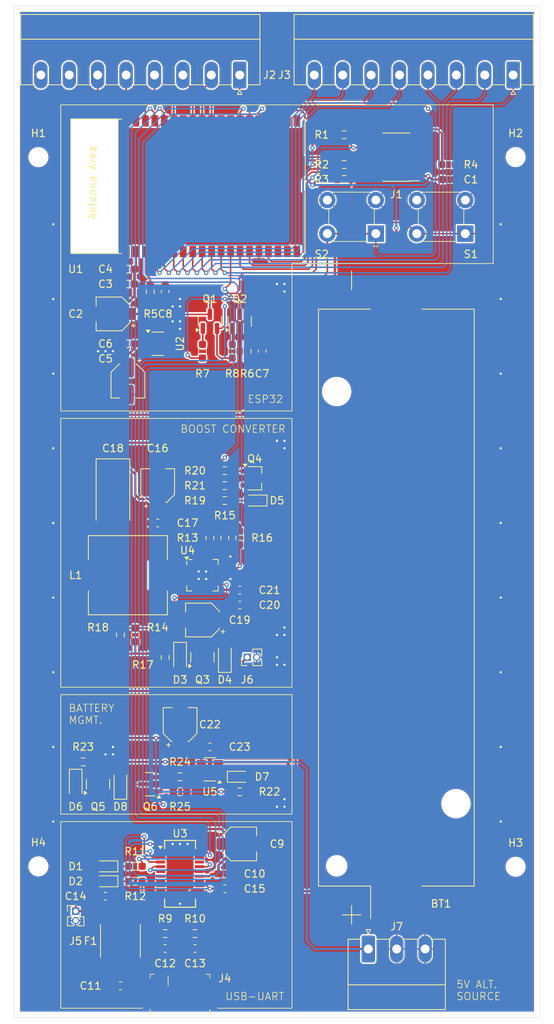
<source format=kicad_pcb>
(kicad_pcb (version 20240108) (generator "pcbnew") (generator_version "8.0")
  (title_block (title "ESP32 embedded application") (date "2024-10-05") (rev "A") (comment 1 "Author: Nicolae-Andrei Vasile") (comment 2 "ESP32 embedded hardware application."))
  (layers (0 "F.Cu" signal) (31 "B.Cu" signal) (34 "B.Paste" user) (35 "F.Paste" user) (36 "B.SilkS" user "B.Silkscreen") (37 "F.SilkS" user "F.Silkscreen") (38 "B.Mask" user) (39 "F.Mask" user) (44 "Edge.Cuts" user))
  (net 0 "")
  (net 1 "GND")
  (net 2 "VBAT")
  (net 3 "+3V3")
  (net 4 "Net-(Q1-C)")
  (net 5 "VBUS")
  (net 6 "Net-(C11-Pad1)")
  (net 7 "/usb-uart/D-")
  (net 8 "/usb-uart/D+")
  (net 9 "Net-(U3-3V3OUT)")
  (net 10 "Net-(D3-K)")
  (net 11 "Net-(D1-K)")
  (net 12 "Net-(D2-K)")
  (net 13 "/power-supply/VBAT_TEST")
  (net 14 "Net-(D5-K)")
  (net 15 "Net-(D5-A)")
  (net 16 "Net-(J1-SWCLK{slash}TCK)")
  (net 17 "Net-(J1-SWDIO{slash}TMS)")
  (net 19 "Net-(J1-NC{slash}TDI)")
  (net 20 "Net-(J1-~{RESET})")
  (net 21 "Net-(J1-SWO{slash}TDO)")
  (net 22 "/GPIO34")
  (net 23 "/GPIO33")
  (net 24 "/GPIO35")
  (net 25 "/GPIO39")
  (net 26 "/GPIO32")
  (net 27 "/GPIO36")
  (net 28 "/GPIO18{slash}VSPICLK")
  (net 29 "/GPIO25")
  (net 30 "/GPIO5{slash}VSPICS0")
  (net 31 "/GPIO21{slash}VSPIHD")
  (net 32 "/GPIO19{slash}VSPIQ")
  (net 33 "/GPIO23{slash}VSPID")
  (net 34 "/GPIO26")
  (net 35 "/GPIO22{slash}VSPIWP")
  (net 36 "Net-(L1-Pad2)")
  (net 37 "/usb-uart/~{RTS}")
  (net 38 "Net-(Q1-B)")
  (net 39 "Net-(Q2-B)")
  (net 40 "/BOOT")
  (net 41 "/usb-uart/~{DTR}")
  (net 42 "Net-(Q4-B)")
  (net 43 "/battery/~{SHDN}")
  (net 44 "Net-(U3-USBDM)")
  (net 45 "Net-(U3-USBDP)")
  (net 46 "Net-(U3-CBUS1)")
  (net 47 "Net-(U3-CBUS2)")
  (net 48 "Net-(U4-FB)")
  (net 49 "Net-(U4-LBI)")
  (net 50 "/power-supply/LDO")
  (net 51 "/power-supply/PWRLED")
  (net 52 "Net-(U5-PROG)")
  (net 53 "/U0RXD")
  (net 54 "/U0TXD")
  (net 65 "+5V")
  (net 66 "Net-(D7-A)")
  (net 67 "Net-(D7-K)")
  (net 68 "/battery/ALT")
  (net 69 "Net-(D8-K)")
  (net 70 "Net-(Q6-S)")
  (footprint "digikey-footprints:Switch_Tactile_THT_6x6mm" (layer "F.Cu") (at 170.25 51.25 180)
    (property "Reference" "S1")
    (property "Value" "1825910-6")
  )
  (footprint "digikey-footprints:Switch_Tactile_THT_6x6mm" (layer "F.Cu") (at 158.25 51.25 180)
    (property "Reference" "S2")
    (property "Value" "1825910-6")
  )
  (footprint "Capacitor_SMD:C_0603_1608Metric_Pad1.08x0.95mm_HandSolder" (layer "F.Cu") (at 130 59 -90)
    (property "Reference" "C8")
    (property "Value" "1uF/6.3V/20%/C0603")
  )
  (footprint "Inductor_SMD:L_10.4x10.4_H4.8" (layer "F.Cu") (at 125 97)
    (property "Reference" "L1")
    (property "Value" "CDRH103RNP-2R2NC-B")
  )
  (footprint "Resistor_SMD:R_0603_1608Metric_Pad0.98x0.95mm_HandSolder" (layer "F.Cu") (at 138 92 90)
    (property "Reference" "R15")
    (property "Value" "180K/R0603")
  )
  (footprint "Resistor_SMD:R_0603_1608Metric_Pad0.98x0.95mm_HandSolder" (layer "F.Cu") (at 132 124 180)
    (property "Reference" "R24")
    (property "Value" "330R/R0603")
  )
  (footprint "Resistor_SMD:R_0603_1608Metric_Pad0.98x0.95mm_HandSolder" (layer "F.Cu") (at 140 92 -90)
    (property "Reference" "R16")
    (property "Value" "1M/R0603")
  )
  (footprint "Capacitor_SMD:C_0603_1608Metric_Pad1.08x0.95mm_HandSolder" (layer "F.Cu") (at 140 99)
    (property "Reference" "C21")
    (property "Value" "100nF/6.3V/20%/C0603")
  )
  (footprint "Resistor_SMD:R_0603_1608Metric_Pad0.98x0.95mm_HandSolder" (layer "F.Cu") (at 168 42)
    (property "Reference" "R4")
    (property "Value" "0R(board mount)")
  )
  (footprint "Package_TO_SOT_SMD:TSOT-23" (layer "F.Cu") (at 142 84)
    (property "Reference" "Q4")
    (property "Value" "FMMT720TA")
  )
  (footprint "MountingHole:MountingHole_2.2mm_M2" (layer "F.Cu") (at 177 41)
    (property "Reference" "H2")
    (property "Value" "MountingHole")
  )
  (footprint "Diode_SMD:D_SOD-323_HandSoldering" (layer "F.Cu") (at 124 125 90)
    (property "Reference" "D8")
    (property "Value" "SMD22WS-TP")
  )
  (footprint "Capacitor_SMD:CP_Elec_4x3" (layer "F.Cu") (at 125 71 -90)
    (property "Reference" "C5")
    (property "Value" "10uF/16V/20%/4x3mm")
  )
  (footprint "Resistor_SMD:R_0603_1608Metric_Pad0.98x0.95mm_HandSolder" (layer "F.Cu") (at 132 126 180)
    (property "Reference" "R25")
    (property "Value" "10K/R0603")
  )
  (footprint "Capacitor_SMD:C_0603_1608Metric_Pad1.08x0.95mm_HandSolder" (layer "F.Cu") (at 136 120)
    (property "Reference" "C23")
    (property "Value" "100nF/6.3V/20%/C0603")
  )
  (footprint "Package_TO_SOT_SMD:TSOT-23-5" (layer "F.Cu") (at 136 123 180)
    (property "Reference" "U5")
    (property "Value" "LTC4054ES5-4.2")
  )
  (footprint "Capacitor_SMD:CP_Elec_4x3" (layer "F.Cu") (at 132 117 90)
    (property "Reference" "C22")
    (property "Value" "10uF/16V/20%/4x3mm")
  )
  (footprint "digikey-footprints:USB_Micro_B_Female_0473460001" (layer "F.Cu") (at 132 154 180)
    (property "Reference" "J4")
    (property "Value" "0473460001")
  )
  (footprint "Resistor_SMD:R_0603_1608Metric_Pad0.98x0.95mm_HandSolder" (layer "F.Cu") (at 140 126)
    (property "Reference" "R22")
    (property "Value" "330R/R0603")
  )
  (footprint "Connector_PinHeader_1.27mm:PinHeader_1x02_P1.27mm_Vertical" (layer "F.Cu") (at 118 142)
    (property "Reference" "J5")
    (property "Value" "Conn_01x02_Socket")
  )
  (footprint "Capacitor_SMD:C_0603_1608Metric_Pad1.08x0.95mm_HandSolder" (layer "F.Cu") (at 143 67 90)
    (property "Reference" "C7")
    (property "Value" "10uF/6.3V/20%/C0603")
  )
  (footprint "Resistor_SMD:R_0603_1608Metric_Pad0.98x0.95mm_HandSolder" (layer "F.Cu") (at 126 138 180)
    (property "Reference" "R12")
    (property "Value" "330R/R0603")
  )
  (footprint "Capacitor_Tantalum_SMD:CP_EIA-7343-31_Kemet-D_Pad2.25x2.55mm_HandSolder" (layer "F.Cu") (at 123 86 -90)
    (property "Reference" "C18")
    (property "Value" "220uF/16V/10%/D/Tantalum")
  )
  (footprint "Resistor_SMD:R_0603_1608Metric_Pad0.98x0.95mm_HandSolder" (layer "F.Cu") (at 138 83 180)
    (property "Reference" "R20")
    (property "Value" "1K/R0603")
  )
  (footprint "Capacitor_SMD:C_0603_1608Metric_Pad1.08x0.95mm_HandSolder" (layer "F.Cu") (at 125 58 180)
    (property "Reference" "C3")
    (property "Value" "10uF/6.3V/20%/C0603")
  )
  (footprint "Capacitor_SMD:C_0603_1608Metric_Pad1.08x0.95mm_HandSolder" (layer "F.Cu") (at 138 139)
    (property "Reference" "C15")
    (property "Value" "100nF/6.3V/20%/C0603")
  )
  (footprint "Resistor_SMD:R_0603_1608Metric_Pad0.98x0.95mm_HandSolder" (layer "F.Cu") (at 135 67 -90)
    (property "Reference" "R7")
    (property "Value" "10K/R0603")
  )
  (footprint "Diode_SMD:D_SOD-323_HandSoldering" (layer "F.Cu") (at 132 108 -90)
    (property "Reference" "D3")
    (property "Value" "SMD22WS-TP")
  )
  (footprint "Connector_PinHeader_1.27mm:PinHeader_2x05_P1.27mm_Vertical_SMD" (layer "F.Cu") (at 161 41 180)
    (property "Reference" "J1")
    (property "Value" "Conn_ARM_JTAG_SWD_10")
  )
  (footprint "Espressif:ESP32-WROVER-E" (layer "F.Cu") (at 133.06 44.9 90)
    (property "Reference" "U1")
    (property "Value" "ESP32-WROVER-E")
  )
  (footprint "Resistor_SMD:R_0603_1608Metric_Pad0.98x0.95mm_HandSolder" (layer "F.Cu") (at 154 44 180)
    (property "Reference" "R3")
    (property "Value" "100K/R0603")
  )
  (footprint "MountingHole:MountingHole_2.2mm_M2" (layer "F.Cu") (at 113 41)
    (property "Reference" "H1")
    (property "Value" "MountingHole")
  )
  (footprint "Fuse:Fuse_2920_7451Metric_Pad2.10x5.45mm_HandSolder" (layer "F.Cu") (at 124 146 90)
    (property "Reference" "F1")
    (property "Value" "SMD050F-2")
  )
  (footprint "Connector_Phoenix_MC:PhoenixContact_MC_1,5_3-G-3.81_1x03_P3.81mm_Horizontal" (layer "F.Cu") (at 157.245 147.0675)
    (property "Reference" "J7")
    (property "Value" "Conn_01x03_Socket")
  )
  (footprint "Resistor_SMD:R_0603_1608Metric_Pad0.98x0.95mm_HandSolder" (layer "F.Cu") (at 154 42 180)
    (property "Reference" "R2")
    (property "Value" "100K/R0603")
  )
  (footprint "Resistor_SMD:R_0603_1608Metric_Pad0.98x0.95mm_HandSolder" (layer "F.Cu") (at 124 105 90)
    (property "Reference" "R18")
    (property "Value" "380K/R0603")
  )
  (footprint "Package_SO:SSOP-20_3.9x8.7mm_P0.635mm" (layer "F.Cu") (at 132 137)
    (property "Reference" "U3")
    (property "Value" "FT231XS")
  )
  (footprint "Resistor_SMD:R_0603_1608Metric_Pad0.98x0.95mm_HandSolder" (layer "F.Cu") (at 154 38 180)
    (property "Reference" "R1")
    (property "Value" "100K/R0603")
  )
  (footprint "LED_SMD:LED_0603_1608Metric_Pad1.05x0.95mm_HandSolder" (layer "F.Cu") (at 122 138 180)
    (property "Reference" "D2")
    (property "Value" "LED(RED)")
  )
  (footprint "Capacitor_SMD:CP_Elec_4x3" (layer "F.Cu") (at 140 133)
    (property "Reference" "C9")
    (property "Value" "10uF/16V/20%/4x3mm")
  )
  (footprint "Package_TO_SOT_SMD:SOT-23" (layer "F.Cu") (at 128 125 180)
    (property "Reference" "Q6")
    (property "Value" "FDN340P")
  )
  (footprint "Diode_SMD:D_SOD-323_HandSoldering" (layer "F.Cu") (at 118 125 -90)
    (property "Reference" "D6")
    (property "Value" "SMD22WS-TP")
  )
  (footprint "Resistor_SMD:R_0603_1608Metric_Pad0.98x0.95mm_HandSolder" (layer "F.Cu") (at 130 145)
    (property "Reference" "R9")
    (property "Value" "27R/R0603")
  )
  (footprint "Resistor_SMD:R_0603_1608Metric_Pad0.98x0.95mm_HandSolder" (layer "F.Cu") (at 136 92 -90)
    (property "Reference" "R13")
    (property "Value" "1M/R0603")
  )
  (footprint "Capacitor_SMD:C_0603_1608Metric_Pad1.08x0.95mm_HandSolder" (layer "F.Cu") (at 138 137)
    (property "Reference" "C10")
    (property "Value" "100nF/6.3V/20%/C0603")
  )
  (footprint "Resistor_SMD:R_0603_1608Metric_Pad0.98x0.95mm_HandSolder" (layer "F.Cu") (at 126 136 180)
    (property "Reference" "R11")
    (property "Value" "330R/R0603")
  )
  (footprint "Package_DFN_QFN:Texas_RSA_VQFN-16-1EP_4x4mm_P0.65mm_EP2.7x2.7mm_ThermalVias" (layer "F.Cu") (at 135 97)
    (property "Reference" "U4")
    (property "Value" "TPS61090")
  )
  (footprint "MountingHole:MountingHole_2.2mm_M2" (layer "F.Cu") (at 177 136.05)
    (property "Reference" "H3")
    (property "Value" "MountingHole")
  )
  (footprint "Capacitor_SMD:C_0603_1608Metric_Pad1.08x0.95mm_HandSolder" (layer "F.Cu") (at 124 152 180)
    (property "Reference" "C11")
    (property "Value" "10nF/6.3V/20%/C0603")
  )
  (footprint "LED_SMD:LED_0603_1608Metric_Pad1.05x0.95mm_HandSolder" (layer "F.Cu") (at 140 124)
    (property "Reference" "D7")
    (property "Value" "LED(RED)")
  )
  (footprint "Resistor_SMD:R_0603_1608Metric_Pad0.98x0.95mm_HandSolder" (layer "F.Cu") (at 138 87)
    (property "Reference" "R19")
    (property "Value" "330R/R0603")
  )
  (footprint "Package_TO_SOT_SMD:SOT-23" (layer "F.Cu") (at 136 63 90)
    (property "Reference" "Q1")
    (property "Value" "BC817")
  )
  (footprint "Package_TO_SOT_SMD:SOT-23-5" (layer "F.Cu") (at 129 66)
    (property "Reference" "U2")
    (property "Value" "BD48ExxG")
  )
  (footprint "Resistor_SMD:R_0603_1608Metric_Pad0.98x0.95mm_HandSolder" (layer "F.Cu") (at 134 145 180)
    (property "Reference" "R10")
    (property "Value" "27R/R0603")
  )
  (footprint "Resistor_SMD:R_0603_1608Metric_Pad0.98x0.95mm_HandSolder" (layer "F.Cu") (at 141 67 90)
    (property "Reference" "R6")
    (property "Value" "10K/R0603")
  )
  (footprint "Capacitor_SMD:CP_Elec_4x3" (layer "F.Cu") (at 135 103 180)
    (property "Reference" "C19")
    (property "Value" "22uF/16V/20%/4x3mm")
  )
  (footprint "Resistor_SMD:R_0603_1608Metric_Pad0.98x0.95mm_HandSolder" (layer "F.Cu") (at 139 67 -90)
    (property "Reference" "R8")
    (property "Value" "10K/R0603")
  )
  (footprint "LED_SMD:LED_0603_1608Metric_Pad1.05x0.95mm_HandSolder" (layer "F.Cu") (at 122 136 180)
    (property "Reference" "D1")
    (property "Value" "LED(GREEN)")
  )
  (footprint "MountingHole:MountingHole_2.2mm_M2" (layer "F.Cu") (at 113 136)
    (property "Reference" "H4")
    (property "Value" "MountingHole")
  )
  (footprint "Capacitor_SMD:C_0603_1608Metric_Pad1.08x0.95mm_HandSolder" (layer "F.Cu") (at 129 90 180)
    (property "Reference" "C17")
    (property "Value" "10uF/6.3V/20%/C0603")
  )
  (footprint "Package_TO_SOT_SMD:SOT-23" (layer "F.Cu") (at 140 63 90)
    (property "Reference" "Q2")
    (property "Value" "BC817")
  )
  (footprint "Connector_Phoenix_MC:PhoenixContact_MC_1,5_8-G-3.81_1x08_P3.81mm_Horizontal" (layer "F.Cu") (at 140 30 180)
    (property "Reference" "J2")
    (property "Value" "Conn_01x08_Socket")
  )
  (footprint "Battery:BatteryHolder_Keystone_1042_1x18650" (layer "F.Cu") (at 161 100 90)
    (property "Reference" "BT1")
    (property "Value" "18650 Li-Ion Single Cell")
  )
  (footprint "Capacitor_SMD:CP_Elec_4x3" (layer "F.Cu") (at 123 62 180)
    (property "Reference" "C2")
    (property "Value" "22uF/16V/20%/4x3mm")
  )
  (footprint "Resistor_SMD:R_0603_1608Metric_Pad0.98x0.95mm_HandSolder" (layer "F.Cu") (at 130 108 -90)
    (property "Reference" "R17")
    (property "Value" "100K/R0603")
  )
  (footprint "Diode_SMD:D_SOD-323_HandSoldering" (layer "F.Cu") (at 138 108 90)
    (property "Reference" "D4")
    (property "Value" "SMD22WS-TP")
  )
  (footprint "Connector_Phoenix_MC:PhoenixContact_MC_1,5_8-G-3.81_1x08_P3.81mm_Horizontal" (layer "F.Cu") (at 176.67 30 180)
    (property "Reference" "J3")
    (property "Value" "Conn_01x08_Socket")
  )
  (footprint "LED_SMD:LED_0603_1608Metric_Pad1.05x0.95mm_HandSolder" (layer "F.Cu") (at 142 87 180)
    (property "Reference" "D5")
    (property "Value" "LED(RED)")
  )
  (footprint "Package_TO_SOT_SMD:SOT-23" (layer "F.Cu") (at 135 108 90)
    (property "Reference" "Q3")
    (property "Value" "FDN340P")
  )
  (footprint "Capacitor_SMD:C_0603_1608Metric_Pad1.08x0.95mm_HandSolder" (layer "F.Cu") (at 168 44)
    (property "Reference" "C1")
    (property "Value" "10uF/6.3V/20%/C0603")
  )
  (footprint "Connector_PinHeader_1.27mm:PinHeader_1x02_P1.27mm_Vertical" (layer "F.Cu") (at 141 108 90)
    (property "Reference" "J6")
    (property "Value" "Conn_01x02_Socket")
  )
  (footprint "Resistor_SMD:R_0603_1608Metric_Pad0.98x0.95mm_HandSolder" (layer "F.Cu") (at 119 122 180)
    (property "Reference" "R23")
    (property "Value" "100K/R0603")
  )
  (footprint "Resistor_SMD:R_0603_1608Metric_Pad0.98x0.95mm_HandSolder" (layer "F.Cu") (at 138 85 180)
    (property "Reference" "R21")
    (property "Value" "10K/R0603")
  )
  (footprint "Capacitor_SMD:C_0603_1608Metric_Pad1.08x0.95mm_HandSolder" (layer "F.Cu") (at 140 101)
    (property "Reference" "C20")
    (property "Value" "10uF/6.3V/20%/C0603")
  )
  (footprint "Resistor_SMD:R_0603_1608Metric_Pad0.98x0.95mm_HandSolder" (layer "F.Cu") (at 128 59 90)
    (property "Reference" "R5")
    (property "Value" "10K/R0603")
  )
  (footprint "Resistor_SMD:R_0603_1608Metric_Pad0.98x0.95mm_HandSolder" (layer "F.Cu") (at 126 105 90)
    (property "Reference" "R14")
    (property "Value" "1.8M/R0603")
  )
  (footprint "Capacitor_SMD:C_0603_1608Metric_Pad1.08x0.95mm_HandSolder" (layer "F.Cu") (at 125 56 180)
    (property "Reference" "C4")
    (property "Value" "100nF/6.3V/20%/C0603")
  )
  (footprint "Capacitor_SMD:CP_Elec_4x3" (layer "F.Cu") (at 129 85 90)
    (property "Reference" "C16")
    (property "Value" "22uF/16V/20%/4x3mm")
  )
  (footprint "Package_TO_SOT_SMD:SOT-23" (layer "F.Cu") (at 121 125 90)
    (property "Reference" "Q5")
    (property "Value" "FDN340P")
  )
  (footprint "Capacitor_SMD:C_0603_1608Metric_Pad1.08x0.95mm_HandSolder" (layer "F.Cu") (at 134 147)
    (property "Reference" "C13")
    (property "Value" "47pF/6.3V/20%/C0603")
  )
  (footprint "Capacitor_SMD:C_0603_1608Metric_Pad1.08x0.95mm_HandSolder" (layer "F.Cu") (at 125 66 180)
    (property "Reference" "C6")
    (property "Value" "100nF/6.3V/20%/C0603")
  )
  (footprint "Capacitor_SMD:C_0603_1608Metric_Pad1.08x0.95mm_HandSolder" (layer "F.Cu") (at 122 140)
    (property "Reference" "C14")
    (property "Value" "10uF/6.3V/20%/C0603")
  )
  (footprint "Capacitor_SMD:C_0603_1608Metric_Pad1.08x0.95mm_HandSolder" (layer "F.Cu") (at 130 147 180)
    (property "Reference" "C12")
    (property "Value" "47pF/6.3V/20%/C0603")
  )
  (gr_line (start 146 129) (end 147 129) (stroke (width 0.1)) (layer "F.SilkS"))
  (gr_line (start 116 79) (end 116 76) (stroke (width 0.1)) (layer "F.SilkS"))
  (gr_line (start 146 155) (end 147 155) (stroke (width 0.1)) (layer "F.SilkS"))
  (gr_line (start 147 71) (end 147 56) (stroke (width 0.1)) (layer "F.SilkS"))
  (gr_line (start 174 55.25) (end 150 55.25) (stroke (width 0.1)) (layer "F.SilkS"))
  (gr_line (start 116 71) (end 116 34) (stroke (width 0.1)) (layer "F.SilkS"))
  (gr_line (start 147 112) (end 147 79) (stroke (width 0.1)) (layer "F.SilkS"))
  (gr_line (start 146 113) (end 147 113) (stroke (width 0.1)) (layer "F.SilkS"))
  (gr_line (start 146 130) (end 147 130) (stroke (width 0.1)) (layer "F.SilkS"))
  (gr_line (start 146 155) (end 137 155) (stroke (width 0.1)) (layer "F.SilkS"))
  (gr_line (start 125 113) (end 146 113) (stroke (width 0.1)) (layer "F.SilkS"))
  (gr_line (start 116 130) (end 146 130) (stroke (width 0.1)) (layer "F.SilkS"))
  (gr_line (start 146 129) (end 125 129) (stroke (width 0.1)) (layer "F.SilkS"))
  (gr_line (start 116 112) (end 147 112) (stroke (width 0.1)) (layer "F.SilkS"))
  (gr_line (start 147 55.25) (end 150 55.25) (stroke (width 0.1)) (layer "F.SilkS"))
  (gr_line (start 127 155) (end 116 155) (stroke (width 0.1)) (layer "F.SilkS"))
  (gr_line (start 116 129) (end 125 129) (stroke (width 0.1)) (layer "F.SilkS"))
  (gr_line (start 147 71) (end 147 74) (stroke (width 0.1)) (layer "F.SilkS"))
  (gr_line (start 116 71) (end 116 75) (stroke (width 0.1)) (layer "F.SilkS"))
  (gr_line (start 116 129) (end 116 113) (stroke (width 0.1)) (layer "F.SilkS"))
  (gr_line (start 147 79) (end 147 76) (stroke (width 0.1)) (layer "F.SilkS"))
  (gr_line (start 147 56) (end 147 55.25) (stroke (width 0.1)) (layer "F.SilkS"))
  (gr_line (start 116 34) (end 174 34) (stroke (width 0.1)) (layer "F.SilkS"))
  (gr_line (start 174 34) (end 174 55) (stroke (width 0.1)) (layer "F.SilkS"))
  (gr_line (start 116 76) (end 117 76) (stroke (width 0.1)) (layer "F.SilkS"))
  (gr_line (start 147 74) (end 147 75) (stroke (width 0.1)) (layer "F.SilkS"))
  (gr_line (start 116 113) (end 125 113) (stroke (width 0.1)) (layer "F.SilkS"))
  (gr_line (start 147 113) (end 147 129) (stroke (width 0.1)) (layer "F.SilkS"))
  (gr_line (start 174 55) (end 174 55.25) (stroke (width 0.1)) (layer "F.SilkS"))
  (gr_line (start 147 76) (end 117 76) (stroke (width 0.1)) (layer "F.SilkS"))
  (gr_line (start 147 130) (end 147 155) (stroke (width 0.1)) (layer "F.SilkS"))
  (gr_line (start 116 79) (end 116 112) (stroke (width 0.1)) (layer "F.SilkS"))
  (gr_line (start 147 75) (end 116 75) (stroke (width 0.1)) (layer "F.SilkS"))
  (gr_line (start 116 155) (end 116 130) (stroke (width 0.1)) (layer "F.SilkS"))
  (gr_rect (start 109.75 20.75) (end 180.25 156.25) (stroke (width 0.05)) (fill none) (layer "Edge.Cuts"))
  (gr_text "ESP32" (at 141 74 0) (layer "F.SilkS") (effects (font (size 1 1) (thickness 0.1)) (justify left bottom)))
  (gr_text "5V ALT.\nSOURCE\n" (at 169 154 0) (layer "F.SilkS") (effects (font (size 1 1) (thickness 0.1)) (justify left bottom)))
  (gr_text "USB-UART" (at 138 154 0) (layer "F.SilkS") (effects (font (size 1 1) (thickness 0.1)) (justify left bottom)))
  (gr_text "BATTERY\nMGMT." (at 117 117 0) (layer "F.SilkS") (effects (font (size 1 1) (thickness 0.1)) (justify left bottom)))
  (gr_text "BOOST CONVERTER" (at 132 78 0) (layer "F.SilkS") (effects (font (size 1 1) (thickness 0.1)) (justify left bottom)))
  (via (at 132 64) (size 0.6) (drill 0.3) (layers "F.Cu" "B.Cu") (net 1))
  (via (at 123 120) (size 0.6) (drill 0.3) (layers "F.Cu" "B.Cu") (net 1))
  (via (at 115 100) (size 0.6) (drill 0.3) (layers "F.Cu" "B.Cu") (net 1))
  (via (at 175 80) (size 0.6) (drill 0.3) (layers "F.Cu" "B.Cu") (net 1))
  (via (at 115 110) (size 0.6) (drill 0.3) (layers "F.Cu" "B.Cu") (net 1))
  (via (at 146 105) (size 0.6) (drill 0.3) (layers "F.Cu" "B.Cu") (net 1))
  (via (at 145 128) (size 0.6) (drill 0.3) (layers "F.Cu" "B.Cu") (net 1))
  (via (at 122 67) (size 0.6) (drill 0.3) (layers "F.Cu" "B.Cu") (net 1))
  (via (at 146 80) (size 0.6) (drill 0.3) (layers "F.Cu" "B.Cu") (net 1))
  (via (at 146 104) (size 0.6) (drill 0.3) (layers "F.Cu" "B.Cu") (net 1))
  (via (at 146 109) (size 0.6) (drill 0.3) (layers "F.Cu" "B.Cu") (net 1))
  (via (at 145 79) (size 0.6) (drill 0.3) (layers "F.Cu" "B.Cu") (net 1))
  (via (at 132 61) (size 0.6) (drill 0.3) (layers "F.Cu" "B.Cu") (net 1))
  (via (at 146 58) (size 0.6) (drill 0.3) (layers "F.Cu" "B.Cu") (net 1))
  (via (at 145 105) (size 0.6) (drill 0.3) (layers "F.Cu" "B.Cu") (net 1))
  (via (at 131 61) (size 0.6) (drill 0.3) (layers "F.Cu" "B.Cu") (net 1))
  (via (at 145 108) (size 0.6) (drill 0.3) (layers "F.Cu" "B.Cu") (net 1))
  (via (at 145 109) (size 0.6) (drill 0.3) (layers "F.Cu" "B.Cu") (net 1))
  (via (at 175 50) (size 0.6) (drill 0.3) (layers "F.Cu" "B.Cu") (net 1))
  (via (at 146 127) (size 0.6) (drill 0.3) (layers "F.Cu" "B.Cu") (net 1))
  (via (at 175 60) (size 0.6) (drill 0.3) (layers "F.Cu" "B.Cu") (net 1))
  (via (at 132 63) (size 0.6) (drill 0.3) (layers "F.Cu" "B.Cu") (net 1))
  (via (at 115 60) (size 0.6) (drill 0.3) (layers "F.Cu" "B.Cu") (net 1))
  (via (at 146 128) (size 0.6) (drill 0.3) (layers "F.Cu" "B.Cu") (net 1))
  (via (at 121 67) (size 0.6) (drill 0.3) (layers "F.Cu" "B.Cu") (net 1))
  (via (at 131 133) (size 0.6) (drill 0.3) (layers "F.Cu" "B.Cu") (net 1))
  (via (at 132 60) (size 0.6) (drill 0.3) (layers "F.Cu" "B.Cu") (net 1))
  (via (at 115 80) (size 0.6) (drill 0.3) (layers "F.Cu" "B.Cu") (net 1))
  (via (at 146 59) (size 0.6) (drill 0.3) (layers "F.Cu" "B.Cu") (net 1))
  (via (at 123 121) (size 0.6) (drill 0.3) (layers "F.Cu" "B.Cu") (net 1))
  (via (at 175 120) (size 0.6) (drill 0.3) (layers "F.Cu" "B.Cu") (net 1))
  (via (at 115 120) (size 0.6) (drill 0.3) (layers "F.Cu" "B.Cu") (net 1))
  (via (at 115 90) (size 0.6) (drill 0.3) (layers "F.Cu" "B.Cu") (net 1))
  (via (at 175 70) (size 0.6) (drill 0.3) (layers "F.Cu" "B.Cu") (net 1))
  (via (at 133 133) (size 0.6) (drill 0.3) (layers "F.Cu" "B.Cu") (net 1))
  (via (at 138.75 94.5) (size 0.6) (drill 0.3) (layers "F.Cu" "B.Cu") (net 1))
  (via (at 131 63) (size 0.6) (drill 0.3) (layers "F.Cu" "B.Cu") (net 1))
  (via (at 175 130) (size 0.6) (drill 0.3) (layers "F.Cu" "B.Cu") (net 1))
  (via (at 175 110) (size 0.6) (drill 0.3) (layers "F.Cu" "B.Cu") (net 1))
  (via (at 146 79) (size 0.6) (drill 0.3) (layers "F.Cu" "B.Cu") (net 1))
  (via (at 145 58) (size 0.6) (drill 0.3) (layers "F.Cu" "B.Cu") (net 1))
  (via (at 138.75 97.5) (size 0.6) (drill 0.3) (layers "F.Cu" "B.Cu") (net 1))
  (via (at 132 141) (size 0.6) (drill 0.3) (layers "F.Cu" "B.Cu") (net 1))
  (via (at 132 133) (size 0.6) (drill 0.3) (layers "F.Cu" "B.Cu") (net 1))
  (via (at 175 90) (size 0.6) (drill 0.3) (layers "F.Cu" "B.Cu") (net 1))
  (via (at 115 50) (size 0.6) (drill 0.3) (layers "F.Cu" "B.Cu") (net 1))
  (via (at 115 70) (size 0.6) (drill 0.3) (layers "F.Cu" "B.Cu") (net 1))
  (via (at 122 121) (size 0.6) (drill 0.3) (layers "F.Cu" "B.Cu") (net 1))
  (via (at 115 130) (size 0.6) (drill 0.3) (layers "F.Cu" "B.Cu") (net 1))
  (via (at 123 67) (size 0.6) (drill 0.3) (layers "F.Cu" "B.Cu") (net 1))
  (via (at 175 100) (size 0.6) (drill 0.3) (layers "F.Cu" "B.Cu") (net 1))
  (segment (start 161 139.33) (end 148.33 139.33) (width 0.3) (layer "F.Cu") (net 2))
  (segment (start 148.33 139.33) (end 147.5 138.5) (width 0.3) (layer "F.Cu") (net 2))
  (segment (start 147.5 138.5) (end 147.5 123.25) (width 0.3) (layer "F.Cu") (net 2))
  (segment (start 147.5 123.25) (end 147.5 107.75) (width 0.3) (layer "F.Cu") (net 2))
  (segment (start 146.5 106.75) (end 138 106.75) (width 0.3) (layer "F.Cu") (net 2))
  (segment (start 147.5 107.75) (end 146.5 106.75) (width 0.3) (layer "F.Cu") (net 2))
  (segment (start 147.5 123.25) (end 146.3 122.05) (width 0.3) (layer "F.Cu") (net 2))
  (segment (start 146.3 122.05) (end 137.1375 122.05) (width 0.3) (layer "F.Cu") (net 2))
  (segment (start 125 69.2) (end 125 67.5) (width 0.3) (layer "F.Cu") (net 3))
  (segment (start 152.75 57) (end 152 57.75) (width 0.3) (layer "F.Cu") (net 3))
  (segment (start 147.5 58.5) (end 147.5 74.75) (width 0.3) (layer "F.Cu") (net 3))
  (segment (start 136.25 87) (end 135.75 86.5) (width 0.3) (layer "F.Cu") (net 3))
  (segment (start 127.5 62) (end 124.8 62) (width 0.3) (layer "F.Cu") (net 3))
  (segment (start 139.75 90) (end 140 90.25) (width 0.3) (layer "F.Cu") (net 3))
  (segment (start 167.1375 44) (end 165.75 44) (width 0.3) (layer "F.Cu") (net 3))
  (segment (start 146.75 75.5) (end 140.25 75.5) (width 0.3) (layer "F.Cu") (net 3))
  (segment (start 152.75 53.5) (end 152.75 57) (width 0.3) (layer "F.Cu") (net 3))
  (segment (start 124 65) (end 124.8 64.2) (width 0.3) (layer "F.Cu") (net 3))
  (segment (start 120.8 82.8) (end 120 82) (width 0.3) (layer "F.Cu") (net 3))
  (segment (start 120 65.75) (end 120.75 65) (width 0.3) (layer "F.Cu") (net 3))
  (segment (start 124.8 64.2) (end 124.8 62) (width 0.3) (layer "F.Cu") (net 3))
  (segment (start 123 82.8) (end 120.8 82.8) (width 0.3) (layer "F.Cu") (net 3))
  (segment (start 134.675 95.0375) (end 134.675 91.575) (width 0.3) (layer "F.Cu") (net 3))
  (segment (start 126.075 55.7875) (end 125.8625 56) (width 0.3) (layer "F.Cu") (net 3))
  (segment (start 131.5 90.75) (end 130.75 90) (width 0.3) (layer "F.Cu") (net 3))
  (segment (start 149.75 39.75) (end 149.75 38.5) (width 0.3) (layer "F.Cu") (net 3))
  (segment (start 141 67.9125) (end 142.95 67.9125) (width 0.3) (layer "F.Cu") (net 3))
  (segment (start 125.8625 66) (end 127.8625 66) (width 0.3) (layer "F.Cu") (net 3))
  (segment (start 120 79.75) (end 120 81.5) (width 0.3) (layer "F.Cu") (net 3))
  (segment (start 142.95 67.9125) (end 143 67.8625) (width 0.3) (layer "F.Cu") (net 3))
  (segment (start 124.8 60.7) (end 125.8625 59.6375) (width 0.3) (layer "F.Cu") (net 3))
  (segment (start 150.25 38) (end 153.0875 38) (width 0.3) (layer "F.Cu") (net 3))
  (segment (start 128 59.9125) (end 128 61.5) (width 0.3) (layer "F.Cu") (net 3))
  (segment (start 141 67.9125) (end 141 74.75) (width 0.3) (layer "F.Cu") (net 3))
  (segment (start 124.8 62) (end 124.8 60.7) (width 0.3) (layer "F.Cu") (net 3))
  (segment (start 126.075 53.65) (end 126.075 55.7875) (width 0.3) (layer "F.Cu") (net 3))
  (segment (start 131.5 94.25) (end 131.5 90.75) (width 0.3) (layer "F.Cu") (net 3))
  (segment (start 140.25 75.5) (end 120.75 75.5) (width 0.3) (layer "F.Cu") (net 3))
  (segment (start 149.75 38.5) (end 150.25 38) (width 0.3) (layer "F.Cu") (net 3))
  (segment (start 160.3 52.7) (end 153.55 52.7) (width 0.3) (layer "F.Cu") (net 3))
  (segment (start 129.8625 90) (end 129.8625 89.3625) (width 0.3) (layer "F.Cu") (net 3))
  (segment (start 120.5 79.25) (end 120 79.75) (width 0.3) (layer "F.Cu") (net 3))
  (segment (start 135.75 86.5) (end 135.75 79.75) (width 0.3) (layer "F.Cu") (net 3))
  (segment (start 165.25 43.54) (end 162.95 43.54) (width 0.3) (layer "F.Cu") (net 3))
  (segment (start 126 86.25) (end 126 83.5) (width 0.3) (layer "F.Cu") (net 3))
  (segment (start 135.1625 91.0875) (end 136 91.0875) (width 0.3) (layer "F.Cu") (net 3))
  (segment (start 136.25 90) (end 139.75 90) (width 0.3) (layer "F.Cu") (net 3))
  (segment (start 161 52) (end 160.3 52.7) (width 0.3) (layer "F.Cu") (net 3))
  (segment (start 135.25 79.25) (end 120.5 79.25) (width 0.3) (layer "F.Cu") (net 3))
  (segment (start 153.0875 44) (end 150.5 44) (width 0.3) (layer "F.Cu") (net 3))
  (segment (start 136 91.0875) (end 136 90.25) (width 0.3) (layer "F.Cu") (net 3))
  (segment (start 125.8625 58) (end 125.8625 56) (width 0.3) (layer "F.Cu") (net 3))
  (segment (start 125.8625 59.6375) (end 125.8625 58) (width 0.3) (layer "F.Cu") (net 3))
  (segment (start 132.025 96.025) (end 131.5 95.5) (width 0.3) (layer "F.Cu") (net 3))
  (segment (start 125 67.5) (end 125.8625 66.6375) (width 0.3) (layer "F.Cu") (net 3))
  (segment (start 140 90.25) (end 140 91.0875) (width 0.3) (layer "F.Cu") (net 3))
  (segment (start 150.5 44) (end 149.75 44.75) (width 0.3) (layer "F.Cu") (net 3))
  (segment (start 147.5 74.75) (end 146.75 75.5) (width 0.3) (layer "F.Cu") (net 3))
  (segment (start 153.0875 42) (end 149.75 42) (width 0.3) (layer "F.Cu") (net 3))
  (segment (start 120 76.25) (end 120 70) (width 0.3) (layer "F.Cu") (net 3))
  (segment (start 126.55 86.8) (end 126 86.25) (width 0.3) (layer "F.Cu") (net 3))
  (segment (start 134.025 95.0375) (end 132.2875 95.0375) (width 0.3) (layer "F.Cu") (net 3))
  (segment (start 134.675 91.575) (end 135.1625 91.0875) (width 0.3) (layer "F.Cu") (net 3))
  (segment (start 120 70) (end 120 65.75) (width 0.3) (layer "F.Cu") (net 3))
  (segment (start 165.75 44) (end 165.29 43.54) (width 0.3) (layer "F.Cu") (net 3))
  (segment (start 137.0875 87) (end 136.25 87) (width 0.3) (layer "F.Cu") (net 3))
  (segment (start 134.675 95.0375) (end 134.025 95.0375) (width 0.3) (layer "F.Cu") (net 3))
  (segment (start 153.55 52.7) (end 152.75 53.5) (width 0.3) (layer "F.Cu") (net 3))
  (segment (start 125.8625 66.6375) (end 125.8625 66) (width 0.3) (layer "F.Cu") (net 3))
  (segment (start 136 90.25) (end 136.25 90) (width 0.3) (layer "F.Cu") (net 3))
  (segment (start 120 81.5) (end 120 76.25) (width 0.3) (layer "F.Cu") (net 3))
  (segment (start 120.75 75.5) (end 120 76.25) (width 0.3) (layer "F.Cu") (net 3))
  (segment (start 120 82) (end 120 81.5) (width 0.3) (layer "F.Cu") (net 3))
  (segment (start 133.0375 96.025) (end 132.025 96.025) (width 0.3) (layer "F.Cu") (net 3))
  (segment (start 161 50.5) (end 161 52) (width 0.3) (layer "F.Cu") (net 3))
  (segment (start 120 70) (end 120.8 69.2) (width 0.3) (layer "F.Cu") (net 3))
  (segment (start 126 83.5) (end 125.3 82.8) (width 0.3) (layer "F.Cu") (net 3))
  (segment (start 129 86.8) (end 126.55 86.8) (width 0.3) (layer "F.Cu") (net 3))
  (segment (start 135.75 79.75) (end 135.25 79.25) (width 0.3) (layer "F.Cu") (net 3))
  (segment (start 129 88.5) (end 129 86.8) (width 0.3) (layer "F.Cu") (net 3))
  (segment (start 129.8625 89.3625) (end 129 88.5) (width 0.3) (layer "F.Cu") (net 3))
  (segment (start 141 74.75) (end 140.25 75.5) (width 0.3) (layer "F.Cu") (net 3))
  (segment (start 125.3 82.8) (end 123 82.8) (width 0.3) (layer "F.Cu") (net 3))
  (segment (start 132.2875 95.0375) (end 131.5 94.25) (width 0.3) (layer "F.Cu") (net 3))
  (segment (start 128 61.5) (end 127.5 62) (width 0.3) (layer "F.Cu") (net 3))
  (segment (start 131.5 95.5) (end 131.5 94.25) (width 0.3) (layer "F.Cu") (net 3))
  (segment (start 165.29 43.54) (end 165.25 43.54) (width 0.3) (layer "F.Cu") (net 3))
  (segment (start 120.8 69.2) (end 125 69.2) (width 0.3) (layer "F.Cu") (net 3))
  (segment (start 148.25 57.75) (end 147.5 58.5) (width 0.3) (layer "F.Cu") (net 3))
  (segment (start 130.75 90) (end 129.8625 90) (width 0.3) (layer "F.Cu") (net 3))
  (segment (start 120.75 65) (end 124 65) (width 0.3) (layer "F.Cu") (net 3))
  (segment (start 152 57.75) (end 148.25 57.75) (width 0.3) (layer "F.Cu") (net 3))
  (via (at 149.75 42) (size 0.6) (drill 0.3) (layers "F.Cu" "B.Cu") (net 3))
  (via (at 161 50.5) (size 0.6) (drill 0.3) (layers "F.Cu" "B.Cu") (net 3))
  (via (at 149.75 44.75) (size 0.6) (drill 0.3) (layers "F.Cu" "B.Cu") (net 3))
  (via (at 165.25 43.54) (size 0.6) (drill 0.3) (layers "F.Cu" "B.Cu") (net 3))
  (via (at 149.75 39.75) (size 0.6) (drill 0.3) (layers "F.Cu" "B.Cu") (net 3))
  (segment (start 161 50.5) (end 161 45.5) (width 0.3) (layer "B.Cu") (net 3))
  (segment (start 149 42.75) (end 149 44) (width 0.3) (layer "B.Cu") (net 3))
  (segment (start 149 44) (end 149.75 44.75) (width 0.3) (layer "B.Cu") (net 3))
  (segment (start 149.75 39.75) (end 149.75 42) (width 0.3) (layer "B.Cu") (net 3))
  (segment (start 149.75 44.75) (end 154.5 44.75) (width 0.3) (layer "B.Cu") (net 3))
  (segment (start 161 45.5) (end 160.25 44.75) (width 0.3) (layer "B.Cu") (net 3))
  (segment (start 165.25 44.25) (end 164.75 44.75) (width 0.3) (layer "B.Cu") (net 3))
  (segment (start 165.25 43.54) (end 165.25 44.25) (width 0.3) (layer "B.Cu") (net 3))
  (segment (start 149.75 42) (end 149 42.75) (width 0.3) (layer "B.Cu") (net 3))
  (segment (start 160.25 44.75) (end 154.5 44.75) (width 0.3) (layer "B.Cu") (net 3))
  (segment (start 164.75 44.75) (end 154.5 44.75) (width 0.3) (layer "B.Cu") (net 3))
  (segment (start 131.75 59.25) (end 135.5 59.25) (width 0.2) (layer "F.Cu") (net 4))
  (segment (start 128 57.25) (end 128 58.0875) (width 0.2) (layer "F.Cu") (net 4))
  (segment (start 172.5 50.75) (end 172 51.25) (width 0.2) (layer "F.Cu") (net 4))
  (segment (start 163.75 51.25) (end 162.25 49.75) (width 0.2) (layer "F.Cu") (net 4))
  (segment (start 140 57) (end 140 58.75) (width 0.2) (layer "F.Cu") (net 4))
  (segment (start 127.345 56.595) (end 128 57.25) (width 0.2) (layer "F.Cu") (net 4))
  (segment (start 135.5 59.25) (end 136 59.75) (width 0.2) (layer "F.Cu") (net 4))
  (segment (start 140.5 56.5) (end 140 57) (width 0.2) (layer "F.Cu") (net 4))
  (segment (start 136 59.75) (end 136 62.0625) (width 0.2) (layer "F.Cu") (net 4))
  (segment (start 127.8625 65.05) (end 127.8625 62.3875) (width 0.2) (layer "F.Cu") (net 4))
  (segment (start 162.25 49.75) (end 150.75 49.75) (width 0.2) (layer "F.Cu") (net 4))
  (segment (start 128.05 58.1375) (end 128 58.0875) (width 0.2) (layer "F.Cu") (net 4))
  (segment (start 128.1875 62.0625) (end 136 62.0625) (width 0.2) (layer "F.Cu") (net 4))
  (segment (start 139.5 59.25) (end 135.5 59.25) (width 0.2) (layer "F.Cu") (net 4))
  (segment (start 149.75 56.5) (end 140.5 56.5) (width 0.2) (layer "F.Cu") (net 4))
  (segment (start 172 42) (end 172.5 42.5) (width 0.2) (layer "F.Cu") (net 4))
  (segment (start 172 51.25) (end 170.25 51.25) (width 0.2) (layer "F.Cu") (net 4))
  (segment (start 172.5 42.5) (end 172.5 50.75) (width 0.2) (layer "F.Cu") (net 4))
  (segment (start 127.8625 62.3875) (end 128.1875 62.0625) (width 0.2) (layer "F.Cu") (net 4))
  (segment (start 150.25 50.25) (end 150.25 56) (width 0.2) (layer "F.Cu") (net 4))
  (segment (start 170.25 51.25) (end 163.75 51.25) (width 0.2) (layer "F.Cu") (net 4))
  (segment (start 130 58.1375) (end 128.05 58.1375) (width 0.2) (layer "F.Cu") (net 4))
  (segment (start 168.9125 42) (end 172 42) (width 0.2) (layer "F.Cu") (net 4))
  (segment (start 130.6375 58.1375) (end 131.75 59.25) (width 0.2) (layer "F.Cu") (net 4))
  (segment (start 150.25 56) (end 149.75 56.5) (width 0.2) (layer "F.Cu") (net 4))
  (segment (start 127.345 53.65) (end 127.345 56.595) (width 0.2) (layer "F.Cu") (net 4))
  (segment (start 140 58.75) (end 139.5 59.25) (width 0.2) (layer "F.Cu") (net 4))
  (segment (start 150.75 49.75) (end 150.25 50.25) (width 0.2) (layer "F.Cu") (net 4))
  (segment (start 130 58.1375) (end 130.6375 58.1375) (width 0.2) (layer "F.Cu") (net 4))
  (segment (start 118 142) (end 119 142) (width 0.3) (layer "F.Cu") (net 5))
  (segment (start 117 126.25) (end 116.25 125.5) (width 0.3) (layer "F.Cu") (net 5))
  (segment (start 118.5 140) (end 118 140.5) (width 0.3) (layer "F.Cu") (net 5))
  (segment (start 137.1375 135.8625) (end 138.2 134.8) (width 0.3) (layer "F.Cu") (net 5))
  (segment (start 137.1375 137) (end 137.1375 135.8625) (width 0.3) (layer "F.Cu") (net 5))
  (segment (start 116.25 125.5) (end 116.25 122.75) (width 0.3) (layer "F.Cu") (net 5))
  (segment (start 138.2 131.7) (end 137.5 131) (width 0.3) (layer "F.Cu") (net 5))
  (segment (start 121.1375 140) (end 118.5 140) (width 0.3) (layer "F.Cu") (net 5))
  (segment (start 135.9325 137.3175) (end 134.6 137.3175) (width 0.3) (layer "F.Cu") (net 5))
  (segment (start 138.2 134.8) (end 138.2 133) (width 0.3) (layer "F.Cu") (net 5))
  (segment (start 120.05 125.9375) (end 119.0625 125.9375) (width 0.3) (layer "F.Cu") (net 5))
  (segment (start 118.5 138) (end 118 138.5) (width 0.3) (layer "F.Cu") (net 5))
  (segment (start 118 138.5) (end 118 136.5) (width 0.3) (layer "F.Cu") (net 5))
  (segment (start 118.5 136) (end 118 136.5) (width 0.3) (layer "F.Cu") (net 5))
  (segment (start 118.75 126.25) (end 118 126.25) (width 0.3) (layer "F.Cu") (net 5))
  (segment (start 118 142) (end 118 140.5) (width 0.3) (layer "F.Cu") (net 5))
  (segment (start 136.25 137) (end 135.9325 137.3175) (width 0.3) (layer "F.Cu") (net 5))
  (segment (start 118 140.5) (end 118 138.5) (width 0.3) (layer "F.Cu") (net 5))
  (segment (start 118 131.75) (end 118 126.25) (width 0.3) (layer "F.Cu") (net 5))
  (segment (start 119.525 142.525) (end 124 142.525) (width 0.3) (layer "F.Cu") (net 5))
  (segment (start 119.0625 125.9375) (end 118.75 126.25) (width 0.3) (layer "F.Cu") (net 5))
  (segment (start 116.25 122.75) (end 117 122) (width 0.3) (layer "F.Cu") (net 5))
  (segment (start 138.2 133) (end 138.2 131.7) (width 0.3) (layer "F.Cu") (net 5))
  (segment (start 121.125 138) (end 118.5 138) (width 0.3) (layer "F.Cu") (net 5))
  (segment (start 118 136.5) (end 118 131.75) (width 0.3) (layer "F.Cu") (net 5))
  (segment (start 121.125 136) (end 118.5 136) (width 0.3) (layer "F.Cu") (net 5))
  (segment (start 118 126.25) (end 117 126.25) (width 0.3) (layer "F.Cu") (net 5))
  (segment (start 137.1375 137) (end 136.25 137) (width 0.3) (layer "F.Cu") (net 5))
  (segment (start 117 122) (end 118.0875 122) (width 0.3) (layer "F.Cu") (net 5))
  (segment (start 137.5 131) (end 118.75 131) (width 0.3) (layer "F.Cu") (net 5))
  (segment (start 119 142) (end 119.525 142.525) (width 0.3) (layer "F.Cu") (net 5))
  (segment (start 118.75 131) (end 118 131.75) (width 0.3) (layer "F.Cu") (net 5))
  (segment (start 130.7 150) (end 130.175 149.475) (width 0.3) (layer "F.Cu") (net 6))
  (segment (start 130.7 151.34) (end 130.7 150) (width 0.3) (layer "F.Cu") (net 6))
  (segment (start 124.8625 150.3375) (end 124 149.475) (width 0.3) (layer "F.Cu") (net 6))
  (segment (start 124.8625 152) (end 124.8625 150.3375) (width 0.3) (layer "F.Cu") (net 6))
  (segment (start 130.175 149.475) (end 124 149.475) (width 0.3) (layer "F.Cu") (net 6))
  (segment (start 130.9125 146.95) (end 130.9125 145) (width 0.2) (layer "F.Cu") (net 7))
  (segment (start 130.8625 147.8625) (end 130.8625 147) (width 0.2) (layer "F.Cu") (net 7))
  (segment (start 130.8625 147) (end 130.9125 146.95) (width 0.2) (layer "F.Cu") (net 7))
  (segment (start 131.35 150.304999) (end 131.45 150.204999) (width 0.2) (layer "F.Cu") (net 7))
  (segment (start 131.45 148.45) (end 130.8625 147.8625) (width 0.2) (layer "F.Cu") (net 7))
  (segment (start 131.35 151.34) (end 131.35 150.304999) (width 0.2) (layer "F.Cu") (net 7))
  (segment (start 131.45 150.204999) (end 131.45 148.45) (width 0.2) (layer "F.Cu") (net 7))
  (segment (start 133.0875 146.95) (end 133.1375 147) (width 0.2) (layer "F.Cu") (net 8))
  (segment (start 131.9 147.35) (end 132.25 147) (width 0.2) (layer "F.Cu") (net 8))
  (segment (start 131.9 150.204999) (end 131.9 147.35) (width 0.2) (layer "F.Cu") (net 8))
  (segment (start 132 151.34) (end 132 150.304999) (width 0.2) (layer "F.Cu") (net 8))
  (segment (start 132.25 147) (end 133.1375 147) (width 0.2) (layer "F.Cu") (net 8))
  (segment (start 132 150.304999) (end 131.9 150.204999) (width 0.2) (layer "F.Cu") (net 8))
  (segment (start 133.0875 145) (end 133.0875 146.95) (width 0.2) (layer "F.Cu") (net 8))
  (segment (start 134.6 138.5875) (end 134.6 137.9525) (width 0.2) (layer "F.Cu") (net 9))
  (segment (start 127.199997 132) (end 127.199997 134.699997) (width 0.2) (layer "F.Cu") (net 9))
  (segment (start 127.9125 135.4125) (end 129.4 135.4125) (width 0.2) (layer "F.Cu") (net 9))
  (segment (start 135.5875 138.5875) (end 134.6 138.5875) (width 0.2) (layer "F.Cu") (net 9))
  (segment (start 127.199997 134.699997) (end 127.9125 135.4125) (width 0.2) (layer "F.Cu") (net 9))
  (segment (start 136 139) (end 137.1375 139) (width 0.2) (layer "F.Cu") (net 9))
  (segment (start 136 139) (end 135.5875 138.5875) (width 0.2) (layer "F.Cu") (net 9))
  (via (at 127.199997 132) (size 0.6) (drill 0.3) (layers "F.Cu" "B.Cu") (net 9))
  (via (at 136 139) (size 0.6) (drill 0.3) (layers "F.Cu" "B.Cu") (net 9))
  (segment (start 127.199997 132) (end 125.25 132) (width 0.2) (layer "B.Cu") (net 9))
  (segment (start 125.25 139) (end 136 139) (width 0.2) (layer "B.Cu") (net 9))
  (segment (start 124.75 132.5) (end 124.75 138.5) (width 0.2) (layer "B.Cu") (net 9))
  (segment (start 125.25 132) (end 124.75 132.5) (width 0.2) (layer "B.Cu") (net 9))
  (segment (start 124.75 138.5) (end 125.25 139) (width 0.2) (layer "B.Cu") (net 9))
  (segment (start 135.6875 107.0625) (end 136.8 105.95) (width 0.3) (layer "F.Cu") (net 10))
  (segment (start 136.9625 96.675) (end 139.175 96.675) (width 0.3) (layer "F.Cu") (net 10))
  (segment (start 121.5 107.5) (end 126 107.5) (width 0.3) (layer "F.Cu") (net 10))
  (segment (start 135 107.0625) (end 134.3125 107.0625) (width 0.3) (layer "F.Cu") (net 10))
  (segment (start 126 107.5) (end 127.75 107.5) (width 0.3) (layer "F.Cu") (net 10))
  (segment (start 139.1375 98.3625) (end 139.1375 99) (width 0.3) (layer "F.Cu") (net 10))
  (segment (start 139.5 97) (end 139.5 98) (width 0.3) (layer "F.Cu") (net 10))
  (segment (start 134.3125 107.0625) (end 134 106.75) (width 0.3) (layer "F.Cu") (net 10))
  (segment (start 136.8 103) (end 136.8 101.7) (width 0.3) (layer "F.Cu") (net 10))
  (segment (start 127.75 107.5) (end 128.25 107) (width 0.3) (layer "F.Cu") (net 10))
  (segment (start 120.85 97) (end 120.85 106.85) (width 0.3) (layer "F.Cu") (net 10))
  (segment (start 137.5 101) (end 139.1375 101) (width 0.3) (layer "F.Cu") (net 10))
  (segment (start 139.175 96.675) (end 139.5 97) (width 0.3) (layer "F.Cu") (net 10))
  (segment (start 139.5 98) (end 139.1375 98.3625) (width 0.3) (layer "F.Cu") (net 10))
  (segment (start 139.1 98.9625) (end 139.1375 99) (width 0.3) (layer "F.Cu") (net 10))
  (segment (start 134 106.75) (end 132 106.75) (width 0.3) (layer "F.Cu") (net 10))
  (segment (start 136.8 101.7) (end 137.5 101) (width 0.3) (layer "F.Cu") (net 10))
  (segment (start 135.975 98.9625) (end 139.1 98.9625) (width 0.3) (layer "F.Cu") (net 10))
  (segment (start 136.8 105.95) (end 136.8 103) (width 0.3) (layer "F.Cu") (net 10))
  (segment (start 128.25 106) (end 128.75 105.5) (width 0.3) (layer "F.Cu") (net 10))
  (segment (start 132 106) (end 132 106.75) (width 0.3) (layer "F.Cu") (net 10))
  (segment (start 126 105.9125) (end 126 107.5) (width 0.3) (layer "F.Cu") (net 10))
  (segment (start 139.1375 99) (end 139.1375 101) (width 0.3) (layer "F.Cu") (net 10))
  (segment (start 128.25 107) (end 128.25 106) (width 0.3) (layer "F.Cu") (net 10))
  (segment (start 131.5 105.5) (end 132 106) (width 0.3) (layer "F.Cu") (net 10))
  (segment (start 135 107.0625) (end 135.6875 107.0625) (width 0.3) (layer "F.Cu") (net 10))
  (segment (start 128.75 105.5) (end 131.5 105.5) (width 0.3) (layer "F.Cu") (net 10))
  (segment (start 120.85 106.85) (end 121.5 107.5) (width 0.3) (layer "F.Cu") (net 10))
  (segment (start 122.875 136) (end 125.0875 136) (width 0.2) (layer "F.Cu") (net 11))
  (segment (start 122.875 138) (end 125.0875 138) (width 0.2) (layer "F.Cu") (net 12))
  (segment (start 137.25 109.25) (end 138 109.25) (width 0.4) (layer "F.Cu") (net 13))
  (segment (start 136.9375 108.9375) (end 137.25 109.25) (width 0.4) (layer "F.Cu") (net 13))
  (segment (start 138 109.25) (end 139.75 109.25) (width 0.3) (layer "F.Cu") (net 13))
  (segment (start 139.75 109.25) (end 141 108) (width 0.3) (layer "F.Cu") (net 13))
  (segment (start 135.95 108.9375) (end 136.9375 108.9375) (width 0.4) (layer "F.Cu") (net 13))
  (segment (start 140.69 85.69) (end 141 86) (width 0.2) (layer "F.Cu") (net 14))
  (segment (start 141 86) (end 142.5 86) (width 0.2) (layer "F.Cu") (net 14))
  (segment (start 142.875 86.375) (end 142.875 87) (width 0.2) (layer "F.Cu") (net 14))
  (segment (start 142.5 86) (end 142.875 86.375) (width 0.2) (layer "F.Cu") (net 14))
  (segment (start 140.69 84.95) (end 140.69 85.69) (width 0.2) (layer "F.Cu") (net 14))
  (segment (start 141.125 87) (end 138.9125 87) (width 0.2) (layer "F.Cu") (net 15))
  (segment (start 156.5 42) (end 154.9125 42) (width 0.2) (layer "F.Cu") (net 16))
  (segment (start 143.855 54.605) (end 144.25 55) (width 0.2) (layer "F.Cu") (net 16))
  (segment (start 144.25 55) (end 148.25 55) (width 0.2) (layer "F.Cu") (net 16))
  (segment (start 153.9125 43) (end 154.9125 42) (width 0.2) (layer "F.Cu") (net 16))
  (segment (start 156.77 42.27) (end 156.5 42) (width 0.2) (layer "F.Cu") (net 16))
  (segment (start 148.75 54.5) (end 148.75 45.75) (width 0.2) (layer "F.Cu") (net 16))
  (segment (start 149.651471 43) (end 153.9125 43) (width 0.2) (layer "F.Cu") (net 16))
  (segment (start 148.25 55) (end 148.75 54.5) (width 0.2) (layer "F.Cu") (net 16))
  (segment (start 148.5 45.5) (end 148.5 44.151471) (width 0.2) (layer "F.Cu") (net 16))
  (segment (start 143.855 53.65) (end 143.855 54.605) (width 0.2) (layer "F.Cu") (net 16))
  (segment (start 159.05 42.27) (end 156.77 42.27) (width 0.2) (layer "F.Cu") (net 16))
  (segment (start 148.5 44.151471) (end 149.651471 43) (width 0.2) (layer "F.Cu") (net 16))
  (segment (start 148.75 45.75) (end 148.5 45.5) (width 0.2) (layer "F.Cu") (net 16))
  (segment (start 149.25 56) (end 149.75 55.5) (width 0.2) (layer "F.Cu") (net 17))
  (segment (start 149.75 46) (end 150.75 45) (width 0.2) (layer "F.Cu") (net 17))
  (segment (start 140.045 55.545) (end 140.5 56) (width 0.2) (layer "F.Cu") (net 17))
  (segment (start 154.75 45) (end 154.9125 44.8375) (width 0.2) (layer "F.Cu") (net 17))
  (segment (start 150.75 45) (end 154.75 45) (width 0.2) (layer "F.Cu") (net 17))
  (segment (start 156.25 44) (end 154.9125 44) (width 0.2) (layer "F.Cu") (net 17))
  (segment (start 140.5 56) (end 149.25 56) (width 0.2) (layer "F.Cu") (net 17))
  (segment (start 140.045 53.65) (end 140.045 55.545) (width 0.2) (layer "F.Cu") (net 17))
  (segment (start 156.71 43.54) (end 156.25 44) (width 0.2) (layer "F.Cu") (net 17))
  (segment (start 149.75 55.5) (end 149.75 46) (width 0.2) (layer "F.Cu") (net 17))
  (segment (start 154.9125 44.8375) (end 154.9125 44) (width 0.2) (layer "F.Cu") (net 17))
  (segment (start 159.05 43.54) (end 156.71 43.54) (width 0.2) (layer "F.Cu") (net 17))
  (segment (start 148.75 55.5) (end 141.75 55.5) (width 0.2) (layer "F.Cu") (net 19))
  (segment (start 149 45.25) (end 149.15 45.4) (width 0.2) (layer "F.Cu") (net 19))
  (segment (start 141.75 55.5) (end 141.315 55.065) (width 0.2) (layer "F.Cu") (net 19))
  (segment (start 155.23 39.73) (end 154.9125 39.4125) (width 0.2) (layer "F.Cu") (net 19))
  (segment (start 141.315 55.065) (end 141.315 53.65) (width 0.2) (layer "F.Cu") (net 19))
  (segment (start 149.15 45.4) (end 149.15 55.1) (width 0.2) (layer "F.Cu") (net 19))
  (segment (start 149.15 55.1) (end 148.75 55.5) (width 0.2) (layer "F.Cu") (net 19))
  (segment (start 149 44.5) (end 149 45.25) (width 0.2) (layer "F.Cu") (net 19))
  (segment (start 149.75 43.75) (end 149 44.5) (width 0.2) (layer "F.Cu") (net 19))
  (segment (start 154.9125 39.4125) (end 154.9125 38) (width 0.2) (layer "F.Cu") (net 19))
  (segment (start 159.05 39.73) (end 155.25 39.73) (width 0.2) (layer "F.Cu") (net 19))
  (segment (start 155.25 39.73) (end 155.23 39.73) (width 0.2) (layer "F.Cu") (net 19))
  (via (at 149.75 43.75) (size 0.6) (drill 0.3) (layers "F.Cu" "B.Cu") (net 19))
  (via (at 155.25 39.73) (size 0.6) (drill 0.3) (layers "F.Cu" "B.Cu") (net 19))
  (segment (start 149.75 43.75) (end 150.5 43) (width 0.2) (layer "B.Cu") (net 19))
  (segment (start 151.02 39.73) (end 155.25 39.73) (width 0.2) (layer "B.Cu") (net 19))
  (segment (start 150.5 43) (end 150.5 40.25) (width 0.2) (layer "B.Cu") (net 19))
  (segment (start 150.5 40.25) (end 151.02 39.73) (width 0.2) (layer "B.Cu") (net 19))
  (segment (start 167.0875 37.8375) (end 166.5 37.25) (width 0.2) (layer "F.Cu") (net 20))
  (segment (start 159.5 37.25) (end 159.05 37.7) (width 0.2) (layer "F.Cu") (net 20))
  (segment (start 159.05 37.7) (end 159.05 38.46) (width 0.2) (layer "F.Cu") (net 20))
  (segment (start 167.0875 42) (end 167.0875 37.8375) (width 0.2) (layer "F.Cu") (net 20))
  (segment (start 166.5 37.25) (end 159.5 37.25) (width 0.2) (layer "F.Cu") (net 20))
  (segment (start 143.855 36.15) (end 143.855 35.145) (width 0.2) (layer "F.Cu") (net 21))
  (segment (start 144.25 34.75) (end 148.25 34.75) (width 0.2) (layer "F.Cu") (net 21))
  (segment (start 148.75 35.25) (end 148.75 40.5) (width 0.2) (layer "F.Cu") (net 21))
  (segment (start 143.855 35.145) (end 144.25 34.75) (width 0.2) (layer "F.Cu") (net 21))
  (segment (start 148.25 34.75) (end 148.75 35.25) (width 0.2) (layer "F.Cu") (net 21))
  (segment (start 149.25 41) (end 159.05 41) (width 0.2) (layer "F.Cu") (net 21))
  (segment (start 148.75 40.5) (end 149.25 41) (width 0.2) (layer "F.Cu") (net 21))
  (segment (start 131.75 56.5) (end 131.155 55.905) (width 0.2) (layer "F.Cu") (net 22))
  (segment (start 131.155 55.905) (end 131.155 53.65) (width 0.2) (layer "F.Cu") (net 22))
  (via (at 131.75 56.5) (size 0.6) (drill 0.3) (layers "F.Cu" "B.Cu") (net 22))
  (segment (start 156.5 33.75) (end 157.62 32.63) (width 0.2) (layer "B.Cu") (net 22))
  (segment (start 131.75 56.5) (end 134.5 53.75) (width 0.2) (layer "B.Cu") (net 22))
  (segment (start 148 36) (end 150.25 33.75) (width 0.2) (layer "B.Cu") (net 22))
  (segment (start 147.5 53.75) (end 148 53.25) (width 0.2) (layer "B.Cu") (net 22))
  (segment (start 148 53.25) (end 148 36) (width 0.2) (layer "B.Cu") (net 22))
  (segment (start 134.5 53.75) (end 147.5 53.75) (width 0.2) (layer "B.Cu") (net 22))
  (segment (start 150.25 33.75) (end 156.5 33.75) (width 0.2) (layer "B.Cu") (net 22))
  (segment (start 157.62 32.63) (end 157.62 30) (width 0.2) (layer "B.Cu") (net 22))
  (segment (start 134.965 55.965) (end 134.965 53.65) (width 0.2) (layer "F.Cu") (net 23))
  (segment (start 135.5 56.5) (end 134.965 55.965) (width 0.2) (layer "F.Cu") (net 23))
  (via (at 135.5 56.5) (size 0.6) (drill 0.3) (layers "F.Cu" "B.Cu") (net 23))
  (segment (start 167.25 54.75) (end 167.25 33.75) (width 0.2) (layer "B.Cu") (net 23))
  (segment (start 167.25 33.75) (end 169.05 31.95) (width 0.2) (layer "B.Cu") (net 23))
  (segment (start 166.75 55.25) (end 167.25 54.75) (width 0.2) (layer "B.Cu") (net 23))
  (segment (start 135.5 56.5) (end 136.75 55.25) (width 0.2) (layer "B.Cu") (net 23))
  (segment (start 169.05 31.95) (end 169.05 30) (width 0.2) (layer "B.Cu") (net 23))
  (segment (start 136.75 55.25) (end 166.75 55.25) (width 0.2) (layer "B.Cu") (net 23))
  (segment (start 132.425 55.925) (end 132.425 53.65) (width 0.2) (layer "F.Cu") (net 24))
  (segment (start 133 56.5) (end 132.425 55.925) (width 0.2) (layer "F.Cu") (net 24))
  (via (at 133 56.5) (size 0.6) (drill 0.3) (layers "F.Cu" "B.Cu") (net 24))
  (segment (start 148 54.25) (end 148.5 53.75) (width 0.2) (layer "B.Cu") (net 24))
  (segment (start 135.25 54.25) (end 148 54.25) (width 0.2) (layer "B.Cu") (net 24))
  (segment (start 148.5 53.75) (end 148.5 36.25) (width 0.2) (layer "B.Cu") (net 24))
  (segment (start 150.5 34.25) (end 159.93 34.25) (width 0.2) (layer "B.Cu") (net 24))
  (segment (start 133 56.5) (end 135.25 54.25) (width 0.2) (layer "B.Cu") (net 24))
  (segment (start 161.43 32.75) (end 161.43 30) (width 0.2) (layer "B.Cu") (net 24))
  (segment (start 159.93 34.25) (end 161.43 32.75) (width 0.2) (layer "B.Cu") (net 24))
  (segment (start 148.5 36.25) (end 150.5 34.25) (width 0.2) (layer "B.Cu") (net 24))
  (segment (start 130.5 56.5) (end 129.885 55.885) (width 0.2) (layer "F.Cu") (net 25))
  (segment (start 129.885 55.885) (end 129.885 53.65) (width 0.2) (layer "F.Cu") (net 25))
  (via (at 130.5 56.5) (size 0.6) (drill 0.3) (layers "F.Cu" "B.Cu") (net 25))
  (segment (start 153.25 33.25) (end 153.81 32.69) (width 0.2) (layer "B.Cu") (net 25))
  (segment (start 150.065686 33.25) (end 153.25 33.25) (width 0.2) (layer "B.Cu") (net 25))
  (segment (start 147.5 52.75) (end 147.5 35.815686) (width 0.2) (layer "B.Cu") (net 25))
  (segment (start 153.81 32.69) (end 153.81 30) (width 0.2) (layer "B.Cu") (net 25))
  (segment (start 147.5 35.815686) (end 150.065686 33.25) (width 0.2) (layer "B.Cu") (net 25))
  (segment (start 147 53.25) (end 147.5 52.75) (width 0.2) (layer "B.Cu") (net 25))
  (segment (start 130.5 56.5) (end 133.75 53.25) (width 0.2) (layer "B.Cu") (net 25))
  (segment (start 133.75 53.25) (end 147 53.25) (width 0.2) (layer "B.Cu") (net 25))
  (segment (start 134.25 56.5) (end 133.695 55.945) (width 0.2) (layer "F.Cu") (net 26))
  (segment (start 133.695 55.945) (end 133.695 53.65) (width 0.2) (layer "F.Cu") (net 26))
  (via (at 134.25 56.5) (size 0.6) (drill 0.3) (layers "F.Cu" "B.Cu") (net 26))
  (segment (start 134.25 56.5) (end 136 54.75) (width 0.2) (layer "B.Cu") (net 26))
  (segment (start 166.25 54.75) (end 166.75 54.25) (width 0.2) (layer "B.Cu") (net 26))
  (segment (start 166.75 54.25) (end 166.75 33.75) (width 0.2) (layer "B.Cu") (net 26))
  (segment (start 166.75 33.75) (end 165.24 32.24) (width 0.2) (layer "B.Cu") (net 26))
  (segment (start 165.24 32.24) (end 165.24 30) (width 0.2) (layer "B.Cu") (net 26))
  (segment (start 136 54.75) (end 166.25 54.75) (width 0.2) (layer "B.Cu") (net 26))
  (segment (start 129.25 56.5) (end 128.615 55.865) (width 0.2) (layer "F.Cu") (net 27))
  (segment (start 128.615 55.865) (end 128.615 53.65) (width 0.2) (layer "F.Cu") (net 27))
  (via (at 129.25 56.5) (size 0.6) (drill 0.3) (layers "F.Cu" "B.Cu") (net 27))
  (segment (start 150 32.75) (end 150 30) (width 0.2) (layer "B.Cu") (net 27))
  (segment (start 129.25 56.5) (end 133 52.75) (width 0.2) (layer "B.Cu") (net 27))
  (segment (start 147 35.75) (end 150 32.75) (width 0.2) (layer "B.Cu") (net 27))
  (segment (start 146.5 52.75) (end 147 52.25) (width 0.2) (layer "B.Cu") (net 27))
  (segment (start 147 52.25) (end 147 35.75) (width 0.2) (layer "B.Cu") (net 27))
  (segment (start 133 52.75) (end 146.5 52.75) (width 0.2) (layer "B.Cu") (net 27))
  (segment (start 134.965 36.15) (end 134.965 32.035) (width 0.2) (layer "F.Cu") (net 28))
  (segment (start 136.19 30.81) (end 136.19 30) (width 0.2) (layer "F.Cu") (net 28))
  (segment (start 134.965 32.035) (end 136.19 30.81) (width 0.2) (layer "F.Cu") (net 28))
  (segment (start 136.235 55.985) (end 136.235 53.65) (width 0.2) (layer "F.Cu") (net 29))
  (segment (start 136.75 56.5) (end 136.235 55.985) (width 0.2) (layer "F.Cu") (net 29))
  (via (at 136.75 56.5) (size 0.6) (drill 0.3) (layers "F.Cu" "B.Cu") (net 29))
  (segment (start 172 33.5) (end 172.86 32.64) (width 0.2) (layer "B.Cu") (net 29))
  (segment (start 136.75 56.5) (end 137.5 55.75) (width 0.2) (layer "B.Cu") (net 29))
  (segment (start 167.75 55.25) (end 167.75 34) (width 0.2) (layer "B.Cu") (net 29))
  (segment (start 137.5 55.75) (end 167.25 55.75) (width 0.2) (layer "B.Cu") (net 29))
  (segment (start 168.25 33.5) (end 172 33.5) (width 0.2) (layer "B.Cu") (net 29))
  (segment (start 172.86 32.64) (end 172.86 30) (width 0.2) (layer "B.Cu") (net 29))
  (segment (start 167.25 55.75) (end 167.75 55.25) (width 0.2) (layer "B.Cu") (net 29))
  (segment (start 167.75 34) (end 168.25 33.5) (width 0.2) (layer "B.Cu") (net 29))
  (segment (start 136.235 36.15) (end 136.235 33.765) (width 0.2) (layer "F.Cu") (net 30))
  (segment (start 140 32.75) (end 140 30) (width 0.2) (layer "F.Cu") (net 30))
  (segment (start 136.75 33.25) (end 139.5 33.25) (width 0.2) (layer "F.Cu") (net 30))
  (segment (start 136.235 33.765) (end 136.75 33.25) (width 0.2) (layer "F.Cu") (net 30))
  (segment (start 139.5 33.25) (end 140 32.75) (width 0.2) (layer "F.Cu") (net 30))
  (segment (start 130.75 33.25) (end 129.25 33.25) (width 0.2) (layer "F.Cu") (net 31))
  (segment (start 129.25 33.25) (end 128.57 32.57) (width 0.2) (layer "F.Cu") (net 31))
  (segment (start 131.155 33.655) (end 130.75 33.25) (width 0.2) (layer "F.Cu") (net 31))
  (segment (start 128.57 32.57) (end 128.57 30) (width 0.2) (layer "F.Cu") (net 31))
  (segment (start 131.155 36.15) (end 131.155 33.655) (width 0.2) (layer "F.Cu") (net 31))
  (segment (start 132.38 30.63) (end 132.38 30) (width 0.2) (layer "F.Cu") (net 32))
  (segment (start 133.695 36.15) (end 133.695 31.945) (width 0.2) (layer "F.Cu") (net 32))
  (segment (start 133.695 31.945) (end 132.38 30.63) (width 0.2) (layer "F.Cu") (net 32))
  (segment (start 126.075 36.15) (end 126.075 34.075) (width 0.2) (layer "F.Cu") (net 33))
  (segment (start 125.75 33.75) (end 121.5 33.75) (width 0.2) (layer "F.Cu") (net 33))
  (segment (start 121.5 33.75) (end 120.95 33.2) (width 0.2) (layer "F.Cu") (net 33))
  (segment (start 126.075 34.075) (end 125.75 33.75) (width 0.2) (layer "F.Cu") (net 33))
  (segment (start 120.95 33.2) (end 120.95 30) (width 0.2) (layer "F.Cu") (net 33))
  (segment (start 138 56.5) (end 137.505 56.005) (width 0.2) (layer "F.Cu") (net 34))
  (segment (start 137.505 56.005) (end 137.505 53.65) (width 0.2) (layer "F.Cu") (net 34))
  (via (at 138 56.5) (size 0.6) (drill 0.3) (layers "F.Cu" "B.Cu") (net 34))
  (segment (start 138 56.5) (end 167.75 56.5) (width 0.2) (layer "B.Cu") (net 34))
  (segment (start 168.75 34) (end 175.25 34) (width 0.2) (layer "B.Cu") (net 34))
  (segment (start 175.25 34) (end 176.67 32.58) (width 0.2) (layer "B.Cu") (net 34))
  (segment (start 176.67 32.58) (end 176.67 30) (width 0.2) (layer "B.Cu") (net 34))
  (segment (start 167.75 56.5) (end 168.25 56) (width 0.2) (layer "B.Cu") (net 34))
  (segment (start 168.25 56) (end 168.25 34.5) (width 0.2) (layer "B.Cu") (net 34))
  (segment (start 168.25 34.5) (end 168.75 34) (width 0.2) (layer "B.Cu") (net 34))
  (segment (start 124.76 32.76) (end 124.76 30) (width 0.2) (layer "F.Cu") (net 35))
  (segment (start 125.25 33.25) (end 124.76 32.76) (width 0.2) (layer "F.Cu") (net 35))
  (segment (start 127.345 36.15) (end 127.345 33.595) (width 0.2) (layer "F.Cu") (net 35))
  (segment (start 127.345 33.595) (end 127 33.25) (width 0.2) (layer "F.Cu") (net 35))
  (segment (start 127 33.25) (end 125.25 33.25) (width 0.2) (layer "F.Cu") (net 35))
  (segment (start 133.0375 97.325) (end 129.475 97.325) (width 0.3) (layer "F.Cu") (net 36))
  (segment (start 133.0375 97.975) (end 133.0375 97.325) (width 0.3) (layer "F.Cu") (net 36))
  (segment (start 129.475 97.325) (end 129.15 97) (width 0.3) (layer "F.Cu") (net 36))
  (segment (start 138 63.5) (end 138 61) (width 0.2) (layer "F.Cu") (net 37))
  (segment (start 137.5625 63.9375) (end 138 63.5) (width 0.2) (layer "F.Cu") (net 37))
  (segment (start 128 134) (end 128 134.5) (width 0.2) (layer "F.Cu") (net 37))
  (segment (start 136.95 67.45) (end 136.95 63.9375) (width 0.2) (layer "F.Cu") (net 37))
  (segment (start 136.95 63.9375) (end 137.5625 63.9375) (width 0.2) (layer "F.Cu") (net 37))
  (segment (start 137.4125 67.9125) (end 136.95 67.45) (width 0.2) (layer "F.Cu") (net 37))
  (segment (start 128 134.5) (end 128.2775 134.7775) (width 0.2) (layer "F.Cu") (net 37))
  (segment (start 139 67.9125) (end 137.4125 67.9125) (width 0.2) (layer "F.Cu") (net 37))
  (segment (start 128.2775 134.7775) (end 129.4 134.7775) (width 0.2) (layer "F.Cu") (net 37))
  (via (at 138 61) (size 0.6) (drill 0.3) (layers "F.Cu" "B.Cu") (net 37))
  (via (at 128 134) (size 0.6) (drill 0.3) (layers "F.Cu" "B.Cu") (net 37))
  (segment (start 125.75 136.75) (end 126.25 137.25) (width 0.2) (layer "B.Cu") (net 37))
  (segment (start 136.75 129) (end 127 129) (width 0.2) (layer "B.Cu") (net 37))
  (segment (start 126.5 128.5) (end 126.5 69) (width 0.2) (layer "B.Cu") (net 37))
  (segment (start 137.25 129.5) (end 136.75 129) (width 0.2) (layer "B.Cu") (net 37))
  (segment (start 138 67.75) (end 138 61) (width 0.2) (layer "B.Cu") (net 37))
  (segment (start 137.5 68.25) (end 138 67.75) (width 0.2) (layer "B.Cu") (net 37))
  (segment (start 126.25 134) (end 125.75 134.5) (width 0.2) (layer "B.Cu") (net 37))
  (segment (start 127 129) (end 126.5 128.5) (width 0.2) (layer "B.Cu") (net 37))
  (segment (start 126.5 69) (end 127.25 68.25) (width 0.2) (layer "B.Cu") (net 37))
  (segment (start 126.25 137.25) (end 136.75 137.25) (width 0.2) (layer "B.Cu") (net 37))
  (segment (start 127.25 68.25) (end 137.5 68.25) (width 0.2) (layer "B.Cu") (net 37))
  (segment (start 128 134) (end 126.25 134) (width 0.2) (layer "B.Cu") (net 37))
  (segment (start 136.75 137.25) (end 137.25 136.75) (width 0.2) (layer "B.Cu") (net 37))
  (segment (start 137.25 136.75) (end 137.25 129.5) (width 0.2) (layer "B.Cu") (net 37))
  (segment (start 125.75 134.5) (end 125.75 136.75) (width 0.2) (layer "B.Cu") (net 37))
  (segment (start 135.05 63.9375) (end 135.05 66.0375) (width 0.2) (layer "F.Cu") (net 38))
  (segment (start 135.05 66.0375) (end 135 66.0875) (width 0.2) (layer "F.Cu") (net 38))
  (segment (start 139.05 63.9375) (end 139.05 66.0375) (width 0.2) (layer "F.Cu") (net 39))
  (segment (start 139.05 66.0375) (end 139 66.0875) (width 0.2) (layer "F.Cu") (net 39))
  (segment (start 142.5 33.75) (end 141.315 34.935) (width 0.2) (layer "F.Cu") (net 40))
  (segment (start 151.25 57) (end 141.75 57) (width 0.2) (layer "F.Cu") (net 40))
  (segment (start 151.75 51.25) (end 151.75 56.5) (width 0.2) (layer "F.Cu") (net 40))
  (segment (start 151.75 51.25) (end 158.25 51.25) (width 0.2) (layer "F.Cu") (net 40))
  (segment (start 140.95 57.8) (end 140.95 63.9375) (width 0.2) (layer "F.Cu") (net 40))
  (segment (start 140.95 66.0375) (end 141 66.0875) (width 0.2) (layer "F.Cu") (net 40))
  (segment (start 151.75 56.5) (end 151.25 57) (width 0.2) (layer "F.Cu") (net 40))
  (segment (start 164.5 33.75) (end 142.901471 33.75) (width 0.2) (layer "F.Cu") (net 40))
  (segment (start 141.75 57) (end 140.95 57.8) (width 0.2) (layer "F.Cu") (net 40))
  (segment (start 141.315 34.935) (end 141.315 36.15) (width 0.2) (layer "F.Cu") (net 40))
  (segment (start 140.95 63.9375) (end 140.95 66.0375) (width 0.2) (layer "F.Cu") (net 40))
  (segment (start 143.75 33.75) (end 142.5 33.75) (width 0.2) (layer "F.Cu") (net 40))
  (segment (start 142.901471 33.75) (end 143.75 33.75) (width 0.2) (layer "F.Cu") (net 40))
  (segment (start 165.25 34.5) (end 164.5 33.75) (width 0.2) (layer "F.Cu") (net 40))
  (via (at 165.25 34.5) (size 0.6) (drill 0.3) (layers "F.Cu" "B.Cu") (net 40))
  (segment (start 165.75 54.25) (end 158.75 54.25) (width 0.2) (layer "B.Cu") (net 40))
  (segment (start 158.25 53.75) (end 158.25 51.25) (width 0.2) (layer "B.Cu") (net 40))
  (segment (start 166.25 35.5) (end 166.25 53.75) (width 0.2) (layer "B.Cu") (net 40))
  (segment (start 165.25 34.5) (end 166.25 35.5) (width 0.2) (layer "B.Cu") (net 40))
  (segment (start 158.75 54.25) (end 158.25 53.75) (width 0.2) (layer "B.Cu") (net 40))
  (segment (start 166.25 53.75) (end 165.75 54.25) (width 0.2) (layer "B.Cu") (net 40))
  (segment (start 129.4 133.4) (end 129 133) (width 0.2) (layer "F.Cu") (net 41))
  (segment (start 138.5 60) (end 138 60) (width 0.2) (layer "F.Cu") (net 41))
  (segment (start 140 60.5) (end 139.5 60) (width 0.2) (layer "F.Cu") (net 41))
  (segment (start 133.4125 67.9125) (end 133 67.5) (width 0.2) (layer "F.Cu") (net 41))
  (segment (start 135 67.9125) (end 133.4125 67.9125) (width 0.2) (layer "F.Cu") (net 41))
  (segment (start 129 133) (end 128 133) (width 0.2) (layer "F.Cu") (net 41))
  (segment (start 139.5 60) (end 138.5 60) (width 0.2) (layer "F.Cu") (net 41))
  (segment (start 140 62.0625) (end 140 60.5) (width 0.2) (layer "F.Cu") (net 41))
  (segment (start 129.4 134.1425) (end 129.4 133.4) (width 0.2) (layer "F.Cu") (net 41))
  (via (at 133 67.5) (size 0.6) (drill 0.3) (layers "F.Cu" "B.Cu") (net 41))
  (via (at 128 133) (size 0.6) (drill 0.3) (layers "F.Cu" "B.Cu") (net 41))
  (via (at 138 60) (size 0.6) (drill 0.3) (layers "F.Cu" "B.Cu") (net 41))
  (segment (start 125.75 133) (end 125.25 133.5) (width 0.2) (layer "B.Cu") (net 41))
  (segment (start 128 133) (end 125.75 133) (width 0.2) (layer "B.Cu") (net 41))
  (segment (start 138.75 68.25) (end 138.25 68.75) (width 0.2) (layer "B.Cu") (net 41))
  (segment (start 125.25 133.5) (end 125.25 137.25) (width 0.2) (layer "B.Cu") (net 41))
  (segment (start 137.25 128.5) (end 137.75 129) (width 0.2) (layer "B.Cu") (net 41))
  (segment (start 133 60.5) (end 133.5 60) (width 0.2) (layer "B.Cu") (net 41))
  (segment (start 138 60) (end 138.75 60.75) (width 0.2) (layer "B.Cu") (net 41))
  (segment (start 137.75 129) (end 137.75 137.25) (width 0.2) (layer "B.Cu") (net 41))
  (segment (start 127 69.25) (end 127 128) (width 0.2) (layer "B.Cu") (net 41))
  (segment (start 133 67.5) (end 133 60.5) (width 0.2) (layer "B.Cu") (net 41))
  (segment (start 133.5 60) (end 138 60) (width 0.2) (layer "B.Cu") (net 41))
  (segment (start 125.75 137.75) (end 137.25 137.75) (width 0.2) (layer "B.Cu") (net 41))
  (segment (start 137.25 137.75) (end 137.75 137.25) (width 0.2) (layer "B.Cu") (net 41))
  (segment (start 138.75 60.75) (end 138.75 68.25) (width 0.2) (layer "B.Cu") (net 41))
  (segment (start 138.25 68.75) (end 127.5 68.75) (width 0.2) (layer "B.Cu") (net 41))
  (segment (start 127 128) (end 127.5 128.5) (width 0.2) (layer "B.Cu") (net 41))
  (segment (start 127 69.25) (end 127.5 68.75) (width 0.2) (layer "B.Cu") (net 41))
  (segment (start 125.25 137.25) (end 125.75 137.75) (width 0.2) (layer "B.Cu") (net 41))
  (segment (start 127.5 128.5) (end 137.25 128.5) (width 0.2) (layer "B.Cu") (net 41))
  (segment (start 138.9625 83.05) (end 138.9125 83) (width 0.2) (layer "F.Cu") (net 42))
  (segment (start 138.9125 85) (end 138.9125 83) (width 0.2) (layer "F.Cu") (net 42))
  (segment (start 140.69 83.05) (end 138.9625 83.05) (width 0.2) (layer "F.Cu") (net 42))
  (segment (start 138 58.65) (end 138.775 57.875) (width 0.2) (layer "F.Cu") (net 43))
  (segment (start 131.0375 125.95) (end 131.0875 126) (width 0.2) (layer "F.Cu") (net 43))
  (segment (start 128.9375 125.95) (end 131.0375 125.95) (width 0.2) (layer "F.Cu") (net 43))
  (segment (start 138.775 57.875) (end 138.775 53.65) (width 0.2) (layer "F.Cu") (net 43))
  (segment (start 128.9375 126.9375) (end 129 127) (width 0.2) (layer "F.Cu") (net 43))
  (segment (start 128.9375 125.95) (end 128.9375 126.9375) (width 0.2) (layer "F.Cu") (net 43))
  (segment (start 129 127) (end 129.75 127.75) (width 0.2) (layer "F.Cu") (net 43))
  (via (at 138 58.65) (size 0.6) (drill 0.3) (layers "F.Cu" "B.Cu") (net 43))
  (via (at 129.75 127.75) (size 0.6) (drill 0.3) (layers "F.Cu" "B.Cu") (net 43))
  (segment (start 139.25 59.9) (end 139.25 68.75) (width 0.2) (layer "B.Cu") (net 43))
  (segment (start 128 127.75) (end 129.75 127.75) (width 0.2) (layer "B.Cu") (net 43))
  (segment (start 127.5 69.75) (end 127.5 127.25) (width 0.2) (layer "B.Cu") (net 43))
  (segment (start 128 69.25) (end 127.5 69.75) (width 0.2) (layer "B.Cu") (net 43))
  (segment (start 138 58.65) (end 139.25 59.9) (width 0.2) (layer "B.Cu") (net 43))
  (segment (start 127.5 127.25) (end 128 127.75) (width 0.2) (layer "B.Cu") (net 43))
  (segment (start 138.75 69.25) (end 128 69.25) (width 0.2) (layer "B.Cu") (net 43))
  (segment (start 139.25 68.75) (end 138.75 69.25) (width 0.2) (layer "B.Cu") (net 43))
  (segment (start 133.25 142.75) (end 133.25 139.5) (width 0.2) (layer "F.Cu") (net 44))
  (segment (start 133 143) (end 133.25 142.75) (width 0.2) (layer "F.Cu") (net 44))
  (segment (start 129.5 143) (end 133 143) (width 0.2) (layer "F.Cu") (net 44))
  (segment (start 133.5275 139.2225) (end 134.6 139.2225) (width 0.2) (layer "F.Cu") (net 44))
  (segment (start 129.0875 145) (end 129.0875 143.4125) (width 0.2) (layer "F.Cu") (net 44))
  (segment (start 133.25 139.5) (end 133.5275 139.2225) (width 0.2) (layer "F.Cu") (net 44))
  (segment (start 129.0875 143.4125) (end 129.5 143) (width 0.2) (layer "F.Cu") (net 44))
  (segment (start 134.9125 143.1625) (end 134.6 142.85) (width 0.2) (layer "F.Cu") (net 45))
  (segment (start 134.9125 145) (end 134.9125 143.1625) (width 0.2) (layer "F.Cu") (net 45))
  (segment (start 134.6 142.85) (end 134.6 139.8575) (width 0.2) (layer "F.Cu") (net 45))
  (segment (start 126.9125 135.4125) (end 126.5 135) (width 0.2) (layer "F.Cu") (net 46))
  (segment (start 135.7025 136.0475) (end 136 135.75) (width 0.2) (layer "F.Cu") (net 46))
  (segment (start 134.6 136.0475) (end 135.7025 136.0475) (width 0.2) (layer "F.Cu") (net 46))
  (segment (start 126.9125 136) (end 126.9125 135.4125) (width 0.2) (layer "F.Cu") (net 46))
  (via (at 126.5 135) (size 0.6) (drill 0.3) (layers "F.Cu" "B.Cu") (net 46))
  (via (at 136 135.75) (size 0.6) (drill 0.3) (layers "F.Cu" "B.Cu") (net 46))
  (segment (start 126.5 135) (end 135.25 135) (width 0.2) (layer "B.Cu") (net 46))
  (segment (start 135.25 135) (end 136 135.75) (width 0.2) (layer "B.Cu") (net 46))
  (segment (start 126.9125 138) (end 126.9125 139.27) (width 0.2) (layer "F.Cu") (net 47))
  (segment (start 126.9125 139.27) (end 127.5 139.8575) (width 0.2) (layer "F.Cu") (net 47))
  (segment (start 127.5 139.8575) (end 129.4 139.8575) (width 0.2) (layer "F.Cu") (net 47))
  (segment (start 135.325 94.425) (end 136 93.75) (width 0.2) (layer "F.Cu") (net 48))
  (segment (start 135.325 95.0375) (end 135.325 94.425) (width 0.2) (layer "F.Cu") (net 48))
  (segment (start 136 92.9125) (end 138 92.9125) (width 0.2) (layer "F.Cu") (net 48))
  (segment (start 136 93.75) (end 136 92.9125) (width 0.2) (layer "F.Cu") (net 48))
  (segment (start 137.8 98.25) (end 137.525 97.975) (width 0.2) (layer "F.Cu") (net 49))
  (segment (start 137.525 97.975) (end 136.9625 97.975) (width 0.2) (layer "F.Cu") (net 49))
  (segment (start 131.25 103.75) (end 131.25 100) (width 0.2) (layer "F.Cu") (net 49))
  (segment (start 130.9125 104.0875) (end 131.25 103.75) (width 0.2) (layer "F.Cu") (net 49))
  (segment (start 138.25 98.25) (end 137.8 98.25) (width 0.2) (layer "F.Cu") (net 49))
  (segment (start 126 104.0875) (end 130.9125 104.0875) (width 0.2) (layer "F.Cu") (net 49))
  (segment (start 124 104.0875) (end 126 104.0875) (width 0.2) (layer "F.Cu") (net 49))
  (via (at 138.25 98.25) (size 0.6) (drill 0.3) (layers "F.Cu" "B.Cu") (net 49))
  (via (at 131.25 100) (size 0.6) (drill 0.3) (layers "F.Cu" "B.Cu") (net 49))
  (segment (start 138.25 99.5) (end 137.75 100) (width 0.2) (layer "B.Cu") (net 49))
  (segment (start 138.25 98.25) (end 138.25 99.5) (width 0.2) (layer "B.Cu") (net 49))
  (segment (start 137.75 100) (end 131.25 100) (width 0.2) (layer "B.Cu") (net 49))
  (segment (start 139.725 96.025) (end 140 95.75) (width 0.2) (layer "F.Cu") (net 50))
  (segment (start 142.585 34.915) (end 143 34.5) (width 0.2) (layer "F.Cu") (net 50))
  (segment (start 136.9625 96.025) (end 139.725 96.025) (width 0.2) (layer "F.Cu") (net 50))
  (segment (start 140 95.75) (end 140 92.9125) (width 0.2) (layer "F.Cu") (net 50))
  (segment (start 142.585 36.15) (end 142.585 34.915) (width 0.2) (layer "F.Cu") (net 50))
  (via (at 143 34.5) (size 0.6) (drill 0.3) (layers "F.Cu" "B.Cu") (net 50))
  (via (at 140 95.75) (size 0.6) (drill 0.3) (layers "F.Cu" "B.Cu") (net 50))
  (segment (start 127 40) (end 127 39.75) (width 0.2) (layer "B.Cu") (net 50))
  (segment (start 139.75 57.25) (end 140.25 57.75) (width 0.2) (layer "B.Cu") (net 50))
  (segment (start 130.75 35.25) (end 127 39) (width 0.2) (layer "B.Cu") (net 50))
  (segment (start 140.25 62.25) (end 140.25 95.5) (width 0.2) (layer "B.Cu") (net 50))
  (segment (start 142.25 35.25) (end 141.5 35.25) (width 0.2) (layer "B.Cu") (net 50))
  (segment (start 140.25 95.5) (end 140 95.75) (width 0.2) (layer "B.Cu") (net 50))
  (segment (start 127 56.75) (end 127.5 57.25) (width 0.2) (layer "B.Cu") (net 50))
  (segment (start 143 34.5) (end 142.25 35.25) (width 0.2) (layer "B.Cu") (net 50))
  (segment (start 139.5 57.25) (end 139.75 57.25) (width 0.2) (layer "B.Cu") (net 50))
  (segment (start 127.5 57.25) (end 139.5 57.25) (width 0.2) (layer "B.Cu") (net 50))
  (segment (start 141.5 35.25) (end 130.75 35.25) (width 0.2) (layer "B.Cu") (net 50))
  (segment (start 127 39.75) (end 127 56.75) (width 0.2) (layer "B.Cu") (net 50))
  (segment (start 127 39) (end 127 40) (width 0.2) (layer "B.Cu") (net 50))
  (segment (start 140.25 57.75) (end 140.25 62.25) (width 0.2) (layer "B.Cu") (net 50))
  (segment (start 140.045 36.15) (end 140.045 34.955) (width 0.2) (layer "F.Cu") (net 51))
  (segment (start 138 81.25) (end 137.0875 82.1625) (width 0.2) (layer "F.Cu") (net 51))
  (segment (start 140.045 34.955) (end 140.5 34.5) (width 0.2) (layer "F.Cu") (net 51))
  (segment (start 137.0875 82.1625) (end 137.0875 83) (width 0.2) (layer "F.Cu") (net 51))
  (via (at 140.5 34.5) (size 0.6) (drill 0.3) (layers "F.Cu" "B.Cu") (net 51))
  (via (at 138 81.25) (size 0.6) (drill 0.3) (layers "F.Cu" "B.Cu") (net 51))
  (segment (start 138 81.25) (end 139.75 79.5) (width 0.2) (layer "B.Cu") (net 51))
  (segment (start 130.5 34.5) (end 140.5 34.5) (width 0.2) (layer "B.Cu") (net 51))
  (segment (start 139.75 58.25) (end 139.25 57.75) (width 0.2) (layer "B.Cu") (net 51))
  (segment (start 139.75 79.5) (end 139.75 58.25) (width 0.2) (layer "B.Cu") (net 51))
  (segment (start 126.875 57.75) (end 126.5 57.375) (width 0.2) (layer "B.Cu") (net 51))
  (segment (start 126.5 57.375) (end 126.5 38.5) (width 0.2) (layer "B.Cu") (net 51))
  (segment (start 126.5 38.5) (end 130.5 34.5) (width 0.2) (layer "B.Cu") (net 51))
  (segment (start 139.25 57.75) (end 126.875 57.75) (width 0.2) (layer "B.Cu") (net 51))
  (segment (start 134.8125 124) (end 134.8625 123.95) (width 0.2) (layer "F.Cu") (net 52))
  (segment (start 132.9125 124) (end 134.8125 124) (width 0.2) (layer "F.Cu") (net 52))
  (segment (start 128.4525 136.0475) (end 128 136.5) (width 0.2) (layer "F.Cu") (net 53))
  (segment (start 129.25 34.5) (end 129.885 35.135) (width 0.2) (layer "F.Cu") (net 53))
  (segment (start 129.885 35.135) (end 129.885 36.15) (width 0.2) (layer "F.Cu") (net 53))
  (segment (start 129.4 136.0475) (end 128.4525 136.0475) (width 0.2) (layer "F.Cu") (net 53))
  (via (at 128 136.5) (size 0.6) (drill 0.3) (layers "F.Cu" "B.Cu") (net 53))
  (via (at 129.25 34.5) (size 0.6) (drill 0.3) (layers "F.Cu" "B.Cu") (net 53))
  (segment (start 136.25 129.5) (end 126.5 129.5) (width 0.2) (layer "B.Cu") (net 53))
  (segment (start 126 129) (end 126 37.75) (width 0.2) (layer "B.Cu") (net 53))
  (segment (start 136.75 130) (end 136.25 129.5) (width 0.2) (layer "B.Cu") (net 53))
  (segment (start 136.75 136) (end 136.75 130) (width 0.2) (layer "B.Cu") (net 53))
  (segment (start 136.25 136.5) (end 136.75 136) (width 0.2) (layer "B.Cu") (net 53))
  (segment (start 128 136.5) (end 136.25 136.5) (width 0.2) (layer "B.Cu") (net 53))
  (segment (start 126 37.75) (end 129.25 34.5) (width 0.2) (layer "B.Cu") (net 53))
  (segment (start 126.5 129.5) (end 126 129) (width 0.2) (layer "B.Cu") (net 53))
  (segment (start 128 34.5) (end 128.615 35.115) (width 0.2) (layer "F.Cu") (net 54))
  (segment (start 128.615 35.115) (end 128.615 36.15) (width 0.2) (layer "F.Cu") (net 54))
  (segment (start 135.6425 134.1425) (end 134.6 134.1425) (width 0.2) (layer "F.Cu") (net 54))
  (segment (start 136 134.5) (end 135.6425 134.1425) (width 0.2) (layer "F.Cu") (net 54))
  (via (at 136 134.5) (size 0.6) (drill 0.3) (layers "F.Cu" "B.Cu") (net 54))
  (via (at 128 34.5) (size 0.6) (drill 0.3) (layers "F.Cu" "B.Cu") (net 54))
  (segment (start 136 130.5) (end 135.5 130) (width 0.2) (layer "B.Cu") (net 54))
  (segment (start 135.5 130) (end 126 130) (width 0.2) (layer "B.Cu") (net 54))
  (segment (start 136 134.5) (end 136 130.5) (width 0.2) (layer "B.Cu") (net 54))
  (segment (start 126 130) (end 125.5 129.5) (width 0.2) (layer "B.Cu") (net 54))
  (segment (start 125.5 37) (end 128 34.5) (width 0.2) (layer "B.Cu") (net 54))
  (segment (start 125.5 129.5) (end 125.5 37) (width 0.2) (layer "B.Cu") (net 54))
  (segment (start 134.8625 121.1375) (end 135.1375 120.8625) (width 0.3) (layer "F.Cu") (net 65))
  (segment (start 121 120) (end 121 113.25) (width 0.3) (layer "F.Cu") (net 65))
  (segment (start 134.05 108.9375) (end 133.0625 108.9375) (width 0.3) (layer "F.Cu") (net 65))
  (segment (start 130.9125 108.9125) (end 131.25 109.25) (width 0.3) (layer "F.Cu") (net 65))
  (segment (start 121 120) (end 122.2 118.8) (width 0.3) (layer "F.Cu") (net 65))
  (segment (start 119.0625 124.0625) (end 118.75 123.75) (width 0.3) (layer "F.Cu") (net 65))
  (segment (start 133.0625 108.9375) (end 132.75 109.25) (width 0.3) (layer "F.Cu") (net 65))
  (segment (start 128.75 118.8) (end 132 118.8) (width 0.3) (layer "F.Cu") (net 65))
  (segment (start 135.1375 119.1375) (end 135.1375 120) (width 0.3) (layer "F.Cu") (net 65))
  (segment (start 132 118.8) (end 134.8 118.8) (width 0.3) (layer "F.Cu") (net 65))
  (segment (start 137.5 126) (end 139.0875 126) (width 0.3) (layer "F.Cu") (net 65))
  (segment (start 118.75 123.75) (end 118 123.75) (width 0.3) (layer "F.Cu") (net 65))
  (segment (start 134.8625 122.05) (end 134.8625 121.1375) (width 0.3) (layer "F.Cu") (net 65))
  (segment (start 134.8 118.8) (end 135.1375 119.1375) (width 0.3) (layer "F.Cu") (net 65))
  (segment (start 132.75 109.25) (end 132 109.25) (width 0.3) (layer "F.Cu") (net 65))
  (segment (start 121.75 112.5) (end 131.25 112.5) (width 0.3) (layer "F.Cu") (net 65))
  (segment (start 132 111.75) (end 132 109.25) (width 0.3) (layer "F.Cu") (net 65))
  (segment (start 131.25 112.5) (end 132 111.75) (width 0.3) (layer "F.Cu") (net 65))
  (segment (start 121 124.0625) (end 121 120) (width 0.3) (layer "F.Cu") (net 65))
  (segment (start 122.2 118.8) (end 128.75 118.8) (width 0.3) (layer "F.Cu") (net 65))
  (segment (start 121 113.25) (end 121.75 112.5) (width 0.3) (layer "F.Cu") (net 65))
  (segment (start 131.25 109.25) (end 132 109.25) (width 0.3) (layer "F.Cu") (net 65))
  (segment (start 135.1375 120.8625) (end 135.1375 120) (width 0.3) (layer "F.Cu") (net 65))
  (segment (start 130 108.9125) (end 130.9125 108.9125) (width 0.3) (layer "F.Cu") (net 65))
  (segment (start 121 124.0625) (end 119.0625 124.0625) (width 0.3) (layer "F.Cu") (net 65))
  (via (at 137.5 126) (size 0.6) (drill 0.3) (layers "F.Cu" "B.Cu") (net 65))
  (via (at 128.75 118.8) (size 0.6) (drill 0.3) (layers "F.Cu" "B.Cu") (net 65))
  (segment (start 128.75 125.5) (end 129.25 126) (width 0.3) (layer "B.Cu") (net 65))
  (segment (start 128.75 118.8) (end 128.75 125.5) (width 0.3) (layer "B.Cu") (net 65))
  (segment (start 129.25 126) (end 137.5 126) (width 0.3) (layer "B.Cu") (net 65))
  (segment (start 140.875 125.9625) (end 140.9125 126) (width 0.2) (layer "F.Cu") (net 66))
  (segment (start 140.875 124) (end 140.875 125.9625) (width 0.2) (layer "F.Cu") (net 66))
  (segment (start 137.1375 123.95) (end 139.075 123.95) (width 0.2) (layer "F.Cu") (net 67))
  (segment (start 139.075 123.95) (end 139.125 124) (width 0.2) (layer "F.Cu") (net 67))
  (segment (start 124 122.75) (end 124 123.75) (width 0.3) (layer "F.Cu") (net 68))
  (segment (start 124.75 122) (end 124 122.75) (width 0.3) (layer "F.Cu") (net 68))
  (segment (start 130 122) (end 124.75 122) (width 0.3) (layer "F.Cu") (net 68))
  (via (at 130 122) (size 0.6) (drill 0.3) (layers "F.Cu" "B.Cu") (net 68))
  (segment (start 149 146) (end 150.0675 147.0675) (width 0.3) (layer "B.Cu") (net 68))
  (segment (start 150.0675 147.0675) (end 157.245 147.0675) (width 0.3) (layer "B.Cu") (net 68))
  (segment (start 149 123) (end 149 146) (width 0.3) (layer "B.Cu") (net 68))
  (segment (start 130 122) (end 148 122) (width 0.3) (layer "B.Cu") (net 68))
  (segment (start 148 122) (end 149 123) (width 0.3) (layer "B.Cu") (net 68))
  (segment (start 123.25 126.25) (end 124 126.25) (width 0.4) (layer "F.Cu") (net 69))
  (segment (start 122.9375 125.9375) (end 123.25 126.25) (width 0.4) (layer "F.Cu") (net 69))
  (segment (start 121.95 125.9375) (end 122.9375 125.9375) (width 0.4) (layer "F.Cu") (net 69))
  (segment (start 128.9375 124.05) (end 131.0375 124.05) (width 0.2) (layer "F.Cu") (net 70))
  (segment (start 131.0375 124.05) (end 131.0875 124) (width 0.2) (layer "F.Cu") (net 70))
  (zone (net 1) (net_name "GND") (layers "F&B.Cu") (connect_pads (clearance 0.15)) (min_thickness 0.15) (fill yes (thermal_gap 0.15) (thermal_bridge_width 0.15))
    (polygon (pts (xy 110.5 155.5) (xy 110.5 21.5) (xy 179.5 21.5) (xy 179.5 155.5)))
  )
)
</source>
